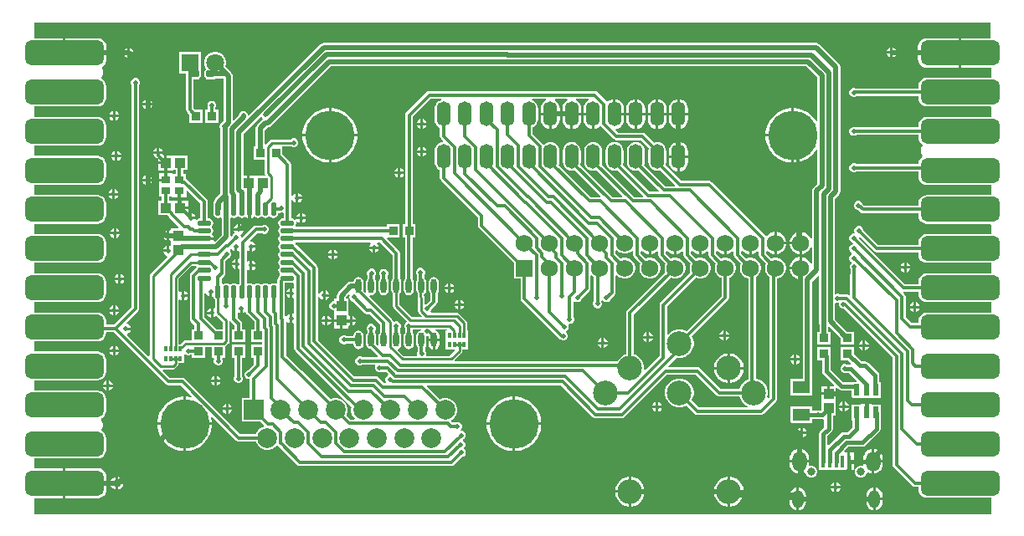
<source format=gtl>
G04*
G04 #@! TF.GenerationSoftware,Altium Limited,Altium Designer,21.0.9 (235)*
G04*
G04 Layer_Physical_Order=1*
G04 Layer_Color=255*
%FSLAX25Y25*%
%MOIN*%
G70*
G04*
G04 #@! TF.SameCoordinates,60D4D8CC-B230-41AC-86C1-82D58538490A*
G04*
G04*
G04 #@! TF.FilePolarity,Positive*
G04*
G01*
G75*
%ADD11C,0.00984*%
%ADD16O,0.02165X0.05512*%
%ADD17O,0.05512X0.02165*%
%ADD18R,0.03543X0.03150*%
%ADD19R,0.01260X0.01968*%
%ADD20R,0.03740X0.03543*%
%ADD21R,0.03543X0.03740*%
%ADD22R,0.07087X0.05118*%
%ADD23R,0.02362X0.04724*%
G04:AMPARAMS|DCode=24|XSize=31.5mil|YSize=29.53mil|CornerRadius=7.38mil|HoleSize=0mil|Usage=FLASHONLY|Rotation=0.000|XOffset=0mil|YOffset=0mil|HoleType=Round|Shape=RoundedRectangle|*
%AMROUNDEDRECTD24*
21,1,0.03150,0.01476,0,0,0.0*
21,1,0.01673,0.02953,0,0,0.0*
1,1,0.01476,0.00837,-0.00738*
1,1,0.01476,-0.00837,-0.00738*
1,1,0.01476,-0.00837,0.00738*
1,1,0.01476,0.00837,0.00738*
%
%ADD24ROUNDEDRECTD24*%
%ADD25R,0.03937X0.04134*%
%ADD26R,0.04134X0.03937*%
%ADD27O,0.02362X0.05709*%
%ADD28R,0.01772X0.05118*%
G04:AMPARAMS|DCode=55|XSize=98.43mil|YSize=314.96mil|CornerRadius=24.61mil|HoleSize=0mil|Usage=FLASHONLY|Rotation=90.000|XOffset=0mil|YOffset=0mil|HoleType=Round|Shape=RoundedRectangle|*
%AMROUNDEDRECTD55*
21,1,0.09843,0.26575,0,0,90.0*
21,1,0.04921,0.31496,0,0,90.0*
1,1,0.04921,0.13287,0.02461*
1,1,0.04921,0.13287,-0.02461*
1,1,0.04921,-0.13287,-0.02461*
1,1,0.04921,-0.13287,0.02461*
%
%ADD55ROUNDEDRECTD55*%
%ADD56C,0.01378*%
%ADD57C,0.01968*%
%ADD58C,0.01772*%
%ADD59C,0.07087*%
%ADD60R,0.07087X0.07087*%
%ADD61C,0.19685*%
%ADD62O,0.05512X0.09843*%
%ADD63R,0.07874X0.07874*%
%ADD64C,0.07874*%
%ADD65C,0.09843*%
%ADD66C,0.03150*%
%ADD67O,0.04528X0.07087*%
%ADD68O,0.05709X0.07874*%
%ADD69C,0.06800*%
%ADD70R,0.06800X0.06800*%
%ADD71C,0.01968*%
G36*
X386362Y190711D02*
X374858D01*
Y184760D01*
Y178809D01*
X386654D01*
Y174906D01*
X361071D01*
X360223Y174794D01*
X359433Y174467D01*
X358754Y173946D01*
X358234Y173268D01*
X357906Y172478D01*
X357795Y171630D01*
Y170674D01*
X332587D01*
X332352Y170772D01*
X331648D01*
X330996Y170502D01*
X330498Y170004D01*
X330228Y169352D01*
Y168648D01*
X330498Y167996D01*
X330996Y167498D01*
X331648Y167228D01*
X332352D01*
X333004Y167498D01*
X333169Y167664D01*
X357795D01*
Y166709D01*
X357906Y165861D01*
X358234Y165070D01*
X358754Y164392D01*
X359433Y163871D01*
X360223Y163544D01*
X361071Y163432D01*
X386303D01*
X386657Y163079D01*
X386656Y159315D01*
X361071D01*
X360223Y159204D01*
X359433Y158876D01*
X358754Y158356D01*
X358234Y157677D01*
X357906Y156887D01*
X357795Y156039D01*
Y155084D01*
X332914D01*
X332370Y155309D01*
X331665D01*
X331014Y155040D01*
X330516Y154541D01*
X330246Y153890D01*
Y153185D01*
X330516Y152534D01*
X331014Y152036D01*
X331665Y151766D01*
X332370D01*
X333021Y152036D01*
X333059Y152073D01*
X357795D01*
Y151118D01*
X357906Y150270D01*
X358234Y149480D01*
X358754Y148801D01*
X359322Y148365D01*
X359459Y147795D01*
X359385Y147721D01*
X359164Y147391D01*
X358834Y146593D01*
X358756Y146203D01*
Y145340D01*
X358834Y144950D01*
X359164Y144152D01*
X359385Y143822D01*
X359441Y143766D01*
X359309Y143191D01*
X358754Y142765D01*
X358234Y142087D01*
X357906Y141297D01*
X357802Y140505D01*
X332995D01*
X332352Y140772D01*
X331648D01*
X330996Y140502D01*
X330498Y140004D01*
X330228Y139352D01*
Y138648D01*
X330498Y137996D01*
X330996Y137498D01*
X331648Y137228D01*
X332352D01*
X332995Y137495D01*
X357795D01*
Y135527D01*
X357906Y134679D01*
X358234Y133889D01*
X358754Y133211D01*
X359433Y132690D01*
X360223Y132363D01*
X361071Y132251D01*
X386655D01*
Y128134D01*
X361071D01*
X360223Y128023D01*
X359433Y127695D01*
X358754Y127175D01*
X358234Y126496D01*
X357906Y125706D01*
X357795Y124858D01*
Y123903D01*
X336298D01*
X335568Y124633D01*
X335415Y125004D01*
X334916Y125502D01*
X334265Y125772D01*
X333560D01*
X332909Y125502D01*
X332411Y125004D01*
X332141Y124352D01*
Y123648D01*
X332411Y122996D01*
X332909Y122498D01*
X333560Y122228D01*
X333715D01*
X334611Y121333D01*
X335099Y121007D01*
X335675Y120892D01*
X357795D01*
Y119937D01*
X357906Y119089D01*
X358234Y118299D01*
X358754Y117620D01*
X359433Y117100D01*
X360223Y116772D01*
X361071Y116661D01*
X386502D01*
X386856Y116307D01*
X386856Y112544D01*
X361071D01*
X360223Y112432D01*
X359433Y112105D01*
X358754Y111584D01*
X358234Y110906D01*
X357906Y110116D01*
X357795Y109268D01*
Y108312D01*
X341817D01*
X335768Y114360D01*
X335502Y115004D01*
X335004Y115502D01*
X334352Y115772D01*
X333648D01*
X332996Y115502D01*
X332498Y115004D01*
X332228Y114352D01*
Y113648D01*
X332391Y113256D01*
X332070Y112772D01*
X331648D01*
X330996Y112502D01*
X330498Y112004D01*
X330228Y111352D01*
Y110648D01*
X330498Y109996D01*
X330996Y109498D01*
X331640Y109232D01*
X331854Y109017D01*
X331663Y108555D01*
X331648D01*
X330996Y108285D01*
X330498Y107787D01*
X330228Y107136D01*
Y106431D01*
X330498Y105780D01*
X330996Y105281D01*
X331284Y105162D01*
Y104621D01*
X330996Y104502D01*
X330498Y104004D01*
X330228Y103352D01*
Y102648D01*
X330498Y101996D01*
X330964Y101530D01*
X331000Y101446D01*
X331030Y100943D01*
X330659Y100572D01*
X330389Y99920D01*
Y99216D01*
X330656Y98573D01*
Y96473D01*
X330609Y96404D01*
X330495Y95828D01*
Y88337D01*
X329995Y88158D01*
X329622Y88407D01*
X329046Y88521D01*
X326499D01*
X325856Y88788D01*
X325151D01*
X324970Y88713D01*
X324554Y88990D01*
Y126700D01*
X326140Y128286D01*
X326532Y128872D01*
X326669Y129563D01*
Y179137D01*
X326532Y179828D01*
X326140Y180414D01*
X318277Y188277D01*
X317691Y188669D01*
X317000Y188806D01*
X121000D01*
X120309Y188669D01*
X119723Y188277D01*
X91296Y159851D01*
X90975Y159900D01*
X90772Y160033D01*
Y160108D01*
X90704Y160273D01*
X90669Y160447D01*
X90570Y160595D01*
X90502Y160759D01*
X90376Y160885D01*
X90277Y161033D01*
X90129Y161132D01*
X90004Y161258D01*
X89839Y161326D01*
X89691Y161425D01*
X89517Y161460D01*
X89352Y161528D01*
X89174D01*
X89000Y161562D01*
X88826Y161528D01*
X88648D01*
X88483Y161460D01*
X88309Y161425D01*
X88161Y161326D01*
X87996Y161258D01*
X87871Y161132D01*
X87723Y161033D01*
X87624Y160885D01*
X87498Y160759D01*
X87430Y160595D01*
X87331Y160447D01*
X87296Y160273D01*
X87228Y160108D01*
Y159930D01*
X87217Y159874D01*
X85268Y157925D01*
X84806Y158117D01*
Y175657D01*
X84669Y176349D01*
X84277Y176935D01*
X81804Y179408D01*
X82059Y180359D01*
Y181499D01*
X81764Y182600D01*
X81194Y183588D01*
X80388Y184394D01*
X79400Y184964D01*
X78299Y185259D01*
X77158D01*
X76057Y184964D01*
X75069Y184394D01*
X74263Y183588D01*
X73693Y182600D01*
X73398Y181499D01*
Y180359D01*
X73693Y179257D01*
X74207Y178367D01*
X74013Y178238D01*
X73676Y177733D01*
X73558Y177138D01*
Y175662D01*
X73676Y175067D01*
X74013Y174562D01*
X74518Y174225D01*
X75113Y174106D01*
X76786D01*
X77381Y174225D01*
X77886Y174562D01*
X77907Y174594D01*
X81194D01*
Y157748D01*
X80420Y156974D01*
X80321Y156826D01*
X80286Y156792D01*
X80138Y156693D01*
X80039Y156545D01*
X79914Y156419D01*
X79846Y156255D01*
X79747Y156107D01*
X79712Y155932D01*
X79644Y155768D01*
Y155590D01*
X79609Y155416D01*
X79644Y155241D01*
Y155063D01*
X79712Y154899D01*
X79747Y154724D01*
X79846Y154576D01*
X79891Y154468D01*
Y128763D01*
X77737Y126609D01*
X77345Y126023D01*
X77208Y125332D01*
Y124902D01*
X77070Y124209D01*
Y120862D01*
X77215Y120133D01*
X77628Y119514D01*
X78247Y119101D01*
X78976Y118956D01*
X79706Y119101D01*
X79879Y119216D01*
X80320Y118980D01*
Y112211D01*
X77717Y109608D01*
X77515Y109633D01*
X77449Y109677D01*
X77151Y110172D01*
X77162Y110224D01*
X73465D01*
Y111224D01*
X77162D01*
X77100Y111537D01*
X76731Y112088D01*
X76486Y112526D01*
X76899Y113144D01*
X77044Y113874D01*
X76899Y114604D01*
X76555Y115120D01*
X76514Y115449D01*
X76555Y115778D01*
X76899Y116294D01*
X77044Y117024D01*
X76899Y117753D01*
X76486Y118372D01*
X75867Y118785D01*
X75138Y118930D01*
X74970D01*
Y125434D01*
X74855Y126010D01*
X74529Y126498D01*
X66684Y134344D01*
X66195Y134670D01*
X66189Y134671D01*
Y136527D01*
X65135D01*
Y138244D01*
X66807D01*
Y143756D01*
X61114D01*
Y143968D01*
X58547D01*
Y141000D01*
Y138031D01*
X61114D01*
Y138244D01*
X62125D01*
Y136527D01*
X61302D01*
X60890Y136740D01*
X60890Y136740D01*
X60890Y136740D01*
X58618D01*
Y134165D01*
X58118D01*
Y133665D01*
X55346D01*
Y131590D01*
X55559D01*
Y127472D01*
X56613D01*
Y125756D01*
X55193D01*
Y120244D01*
X58773D01*
X58970Y120046D01*
X59009Y119854D01*
X59335Y119366D01*
X63219Y115482D01*
X63028Y115020D01*
X60031D01*
Y114171D01*
X59616Y113893D01*
X59500Y113941D01*
Y112000D01*
Y110059D01*
X59616Y110107D01*
X60031Y109829D01*
Y108886D01*
X60244D01*
Y108174D01*
X59744Y107840D01*
X59500Y107941D01*
Y106000D01*
X59000D01*
Y105500D01*
X57059D01*
X57318Y104876D01*
X57876Y104318D01*
X58541Y104042D01*
X58760Y103554D01*
X52078Y96871D01*
X51795Y96448D01*
X51695Y95949D01*
Y64087D01*
X51234Y63895D01*
X42775Y72354D01*
X42925Y72911D01*
X43424Y73118D01*
X43982Y73676D01*
X44241Y74300D01*
X42300D01*
Y75300D01*
X44241D01*
X43982Y75924D01*
X43424Y76482D01*
X42695Y76784D01*
X42566D01*
X42375Y77246D01*
X47064Y81936D01*
X47391Y82424D01*
X47505Y83000D01*
Y172004D01*
X47772Y172648D01*
Y173352D01*
X47502Y174004D01*
X47004Y174502D01*
X46352Y174772D01*
X45648D01*
X44996Y174502D01*
X44498Y174004D01*
X44228Y173352D01*
Y172648D01*
X44495Y172004D01*
Y83623D01*
X37376Y76505D01*
X34363D01*
Y78063D01*
X34251Y78911D01*
X33924Y79701D01*
X33403Y80379D01*
X32725Y80900D01*
X31934Y81227D01*
X31087Y81339D01*
X5702D01*
Y85456D01*
X31087D01*
X31934Y85568D01*
X32725Y85895D01*
X33403Y86416D01*
X33924Y87094D01*
X34251Y87884D01*
X34363Y88732D01*
Y93653D01*
X34251Y94501D01*
X33924Y95291D01*
X33403Y95970D01*
X32725Y96491D01*
X31934Y96818D01*
X31087Y96929D01*
X5702D01*
Y101070D01*
X31087D01*
X31934Y101182D01*
X32725Y101509D01*
X33403Y102030D01*
X33924Y102708D01*
X34251Y103498D01*
X34363Y104346D01*
Y109268D01*
X34251Y110116D01*
X33924Y110906D01*
X33403Y111584D01*
X32725Y112105D01*
X31934Y112432D01*
X31087Y112544D01*
X5702D01*
Y116661D01*
X31087D01*
X31934Y116772D01*
X32725Y117100D01*
X33403Y117620D01*
X33924Y118299D01*
X34251Y119089D01*
X34363Y119937D01*
Y124858D01*
X34251Y125706D01*
X33924Y126496D01*
X33403Y127175D01*
X32725Y127695D01*
X31934Y128023D01*
X31087Y128134D01*
X5702D01*
Y132251D01*
X31087D01*
X31934Y132363D01*
X32725Y132690D01*
X33403Y133211D01*
X33924Y133889D01*
X34251Y134679D01*
X34363Y135527D01*
Y140449D01*
X34251Y141297D01*
X33924Y142087D01*
X33403Y142765D01*
X32725Y143286D01*
X31934Y143613D01*
X31087Y143725D01*
X5702D01*
Y147842D01*
X31087D01*
X31934Y147953D01*
X32725Y148281D01*
X33403Y148801D01*
X33924Y149480D01*
X34251Y150270D01*
X34363Y151118D01*
Y156039D01*
X34251Y156887D01*
X33924Y157677D01*
X33403Y158356D01*
X32725Y158876D01*
X31934Y159204D01*
X31087Y159315D01*
X5702D01*
Y163432D01*
X31087D01*
X31934Y163544D01*
X32725Y163871D01*
X33403Y164392D01*
X33924Y165070D01*
X34251Y165861D01*
X34363Y166709D01*
Y171630D01*
X34251Y172478D01*
X33924Y173268D01*
X33403Y173946D01*
X32725Y174467D01*
X32599Y174519D01*
X32492Y175007D01*
X32587Y175111D01*
X32687Y175274D01*
X32789Y175435D01*
X33088Y176210D01*
X33120Y176399D01*
X33156Y176586D01*
X33148Y177417D01*
X33109Y177603D01*
X33073Y177791D01*
X32760Y178560D01*
X32685Y178674D01*
X32668Y178769D01*
X32800Y179238D01*
X32851Y179291D01*
X33555Y179831D01*
X34109Y180554D01*
X34458Y181396D01*
X34577Y182299D01*
Y184260D01*
X17799D01*
Y184760D01*
X17299D01*
Y190711D01*
X5702D01*
X5702Y196948D01*
X386362D01*
Y190711D01*
D02*
G37*
G36*
X226559Y165995D02*
X226394Y165926D01*
X225609Y165324D01*
X225007Y164540D01*
X224629Y163626D01*
X224500Y162645D01*
Y160980D01*
X228288D01*
Y160480D01*
X228788D01*
Y154592D01*
X229269Y154656D01*
X230182Y155034D01*
X230857Y155552D01*
X231455Y155558D01*
X231495Y155497D01*
X236562Y150431D01*
X237050Y150104D01*
X237626Y149990D01*
X247319D01*
X250464Y146844D01*
X250348Y146563D01*
X250226Y145638D01*
Y141307D01*
X250348Y140382D01*
X250705Y139520D01*
X251273Y138780D01*
X252013Y138212D01*
X252875Y137855D01*
X253800Y137733D01*
X254725Y137855D01*
X255007Y137971D01*
X260912Y132066D01*
X260721Y131604D01*
X257128D01*
X248631Y140100D01*
X248748Y140382D01*
X248870Y141307D01*
Y145638D01*
X248748Y146563D01*
X248391Y147425D01*
X247823Y148165D01*
X247083Y148733D01*
X246221Y149090D01*
X245296Y149212D01*
X244371Y149090D01*
X243509Y148733D01*
X242769Y148165D01*
X242201Y147425D01*
X241844Y146563D01*
X241722Y145638D01*
Y141307D01*
X241844Y140382D01*
X242201Y139520D01*
X242769Y138780D01*
X243509Y138212D01*
X244371Y137855D01*
X245296Y137733D01*
X246221Y137855D01*
X246502Y137971D01*
X254574Y129900D01*
X254382Y129438D01*
X250789D01*
X240127Y140100D01*
X240244Y140382D01*
X240366Y141307D01*
Y145638D01*
X240244Y146563D01*
X239887Y147425D01*
X239319Y148165D01*
X238579Y148733D01*
X237717Y149090D01*
X236792Y149212D01*
X235867Y149090D01*
X235005Y148733D01*
X234265Y148165D01*
X233697Y147425D01*
X233340Y146563D01*
X233218Y145638D01*
Y141307D01*
X233340Y140382D01*
X233697Y139520D01*
X234265Y138780D01*
X235005Y138212D01*
X235867Y137855D01*
X236792Y137733D01*
X237717Y137855D01*
X237999Y137971D01*
X248235Y127735D01*
X248044Y127273D01*
X244688D01*
X231693Y140268D01*
X231740Y140382D01*
X231862Y141307D01*
Y145638D01*
X231740Y146563D01*
X231383Y147425D01*
X230815Y148165D01*
X230075Y148733D01*
X229213Y149090D01*
X228288Y149212D01*
X227363Y149090D01*
X226501Y148733D01*
X225761Y148165D01*
X225193Y147425D01*
X224836Y146563D01*
X224714Y145638D01*
Y141307D01*
X224836Y140382D01*
X225193Y139520D01*
X225761Y138780D01*
X226501Y138212D01*
X227363Y137855D01*
X228288Y137733D01*
X229213Y137855D01*
X229662Y138041D01*
X239968Y127735D01*
X239777Y127273D01*
X235947D01*
X223119Y140100D01*
X223236Y140382D01*
X223358Y141307D01*
Y145638D01*
X223236Y146563D01*
X222879Y147425D01*
X222311Y148165D01*
X221571Y148733D01*
X220709Y149090D01*
X219784Y149212D01*
X218859Y149090D01*
X217997Y148733D01*
X217257Y148165D01*
X216689Y147425D01*
X216332Y146563D01*
X216210Y145638D01*
Y141307D01*
X216332Y140382D01*
X216689Y139520D01*
X217257Y138780D01*
X217997Y138212D01*
X218859Y137855D01*
X219784Y137733D01*
X220709Y137855D01*
X220991Y137971D01*
X231223Y127739D01*
X231024Y127318D01*
X230982Y127273D01*
X227443D01*
X214616Y140100D01*
X214732Y140382D01*
X214854Y141307D01*
Y145638D01*
X214732Y146563D01*
X214375Y147425D01*
X213807Y148165D01*
X213067Y148733D01*
X212205Y149090D01*
X211280Y149212D01*
X210355Y149090D01*
X209493Y148733D01*
X208885Y148266D01*
X208802Y148249D01*
X208431Y148293D01*
X208270Y148356D01*
X208073Y148651D01*
X204281Y152442D01*
Y155103D01*
X204563Y155220D01*
X205303Y155788D01*
X205871Y156528D01*
X206228Y157390D01*
X206350Y158315D01*
Y162645D01*
X206228Y163570D01*
X205871Y164432D01*
X205303Y165173D01*
X204563Y165741D01*
X203950Y165995D01*
X204049Y166495D01*
X209452D01*
X209551Y165995D01*
X209386Y165926D01*
X208601Y165324D01*
X207999Y164540D01*
X207621Y163626D01*
X207492Y162645D01*
Y160980D01*
X215069D01*
Y162645D01*
X214939Y163626D01*
X214561Y164540D01*
X213959Y165324D01*
X213174Y165926D01*
X213009Y165995D01*
X213109Y166495D01*
X217956D01*
X218055Y165995D01*
X217890Y165926D01*
X217105Y165324D01*
X216503Y164540D01*
X216125Y163626D01*
X215996Y162645D01*
Y160980D01*
X223572D01*
Y162645D01*
X223443Y163626D01*
X223065Y164540D01*
X222463Y165324D01*
X221678Y165926D01*
X221513Y165995D01*
X221613Y166495D01*
X226460D01*
X226559Y165995D01*
D02*
G37*
G36*
X317545Y175003D02*
Y157602D01*
X317058Y157485D01*
X317010Y157580D01*
X316007Y158961D01*
X314800Y160168D01*
X313420Y161171D01*
X311899Y161946D01*
X310276Y162473D01*
X308590Y162740D01*
X308237D01*
Y151898D01*
Y141055D01*
X308590D01*
X310276Y141322D01*
X311899Y141849D01*
X313420Y142624D01*
X314800Y143627D01*
X316007Y144834D01*
X317010Y146215D01*
X317058Y146309D01*
X317545Y146193D01*
Y132595D01*
X315959Y131009D01*
X315567Y130423D01*
X315430Y129732D01*
Y110863D01*
X315188Y110775D01*
X314930Y110775D01*
X314395Y111701D01*
X313576Y112521D01*
X312572Y113100D01*
X311453Y113400D01*
X311374D01*
Y109000D01*
Y104600D01*
X311453D01*
X312572Y104900D01*
X313576Y105479D01*
X314395Y106298D01*
X314930Y107225D01*
X315188Y107224D01*
X315430Y107136D01*
Y100863D01*
X315188Y100775D01*
X314930Y100775D01*
X314395Y101701D01*
X313576Y102521D01*
X312572Y103100D01*
X311453Y103400D01*
X311374D01*
Y99000D01*
Y94590D01*
X311498Y94549D01*
X311824Y94181D01*
Y74085D01*
X311753Y73729D01*
Y54858D01*
X306669D01*
Y48165D01*
X315331D01*
Y52912D01*
X315366Y53086D01*
Y73444D01*
X315436Y73800D01*
Y93694D01*
X317724Y95981D01*
X318186Y95790D01*
Y76733D01*
X318320Y76060D01*
Y73708D01*
X317469D01*
Y68590D01*
X322783D01*
Y73708D01*
X321932D01*
Y75482D01*
X322394Y75674D01*
X326816Y71252D01*
Y68590D01*
X332131D01*
Y73708D01*
X329468D01*
X324554Y78623D01*
Y85042D01*
X324970Y85320D01*
X325151Y85245D01*
X325791D01*
X326010Y85061D01*
X326193Y84843D01*
Y84203D01*
X326463Y83552D01*
X326961Y83054D01*
X327612Y82784D01*
X328087D01*
X347495Y63376D01*
Y20650D01*
X347609Y20074D01*
X347936Y19585D01*
X355345Y12176D01*
X355834Y11849D01*
X356410Y11735D01*
X357795D01*
Y10779D01*
X357906Y9931D01*
X358234Y9141D01*
X358754Y8463D01*
X359433Y7942D01*
X360223Y7615D01*
X361071Y7503D01*
X386756D01*
Y1373D01*
X386402Y1020D01*
X5802Y1022D01*
X5802Y7289D01*
X17299D01*
Y13240D01*
Y19191D01*
X5702D01*
Y23094D01*
X31087D01*
X31934Y23205D01*
X32725Y23533D01*
X33403Y24053D01*
X33924Y24732D01*
X34251Y25522D01*
X34363Y26370D01*
Y31291D01*
X34251Y32139D01*
X33924Y32929D01*
X33403Y33608D01*
X32725Y34128D01*
X32519Y34214D01*
X32407Y34701D01*
X32508Y34814D01*
X32605Y34978D01*
X32704Y35140D01*
X32990Y35916D01*
X33020Y36104D01*
X33053Y36291D01*
X33034Y37118D01*
X32993Y37304D01*
X32955Y37490D01*
X32635Y38253D01*
X32529Y38411D01*
X32483Y38482D01*
X32544Y39049D01*
X32725Y39123D01*
X33403Y39644D01*
X33924Y40322D01*
X34251Y41113D01*
X34363Y41960D01*
Y46882D01*
X34251Y47730D01*
X33924Y48520D01*
X33403Y49198D01*
X32725Y49719D01*
X31934Y50046D01*
X31087Y50158D01*
X5702D01*
Y54275D01*
X31087D01*
X31934Y54387D01*
X32725Y54714D01*
X33403Y55234D01*
X33924Y55913D01*
X34251Y56703D01*
X34363Y57551D01*
Y62472D01*
X34251Y63320D01*
X33924Y64110D01*
X33403Y64789D01*
X32725Y65309D01*
X31934Y65637D01*
X31087Y65748D01*
X5702D01*
Y69866D01*
X31087D01*
X31934Y69977D01*
X32725Y70304D01*
X33403Y70825D01*
X33924Y71504D01*
X34251Y72294D01*
X34363Y73142D01*
Y73495D01*
X37376D01*
X58161Y52711D01*
X58649Y52384D01*
X59225Y52270D01*
X64180D01*
X68587Y47862D01*
X68326Y47436D01*
X68212Y47473D01*
X66527Y47740D01*
X66173D01*
Y37398D01*
X76516D01*
Y37751D01*
X76249Y39436D01*
X76212Y39550D01*
X76638Y39811D01*
X86207Y30242D01*
X86695Y29916D01*
X87271Y29802D01*
X94020D01*
X94105Y29483D01*
X94727Y28406D01*
X95607Y27526D01*
X96684Y26904D01*
X97886Y26583D01*
X99130D01*
X100331Y26904D01*
X101409Y27526D01*
X102161Y28279D01*
X102190Y28295D01*
X102629Y28292D01*
X102772Y28245D01*
X102936Y28000D01*
X110437Y20498D01*
X110926Y20172D01*
X111502Y20057D01*
X171909D01*
X172485Y20172D01*
X172974Y20498D01*
X176201Y23726D01*
X176845Y23993D01*
X177343Y24491D01*
X177613Y25142D01*
Y25847D01*
X177343Y26498D01*
X176845Y26996D01*
X176891Y27518D01*
X177073Y27701D01*
X177343Y28352D01*
Y29057D01*
X177073Y29708D01*
X176575Y30207D01*
X176531Y30225D01*
Y30766D01*
X176796Y30875D01*
X177294Y31374D01*
X177564Y32025D01*
Y32730D01*
X177294Y33381D01*
X176796Y33879D01*
X176144Y34149D01*
X175678D01*
X175471Y34649D01*
X175711Y34889D01*
X175980Y35540D01*
Y36245D01*
X175711Y36896D01*
X175212Y37394D01*
X174561Y37664D01*
X173856D01*
X173486Y37511D01*
X172161D01*
X171817Y37855D01*
X171899Y38480D01*
X172295Y38708D01*
X173174Y39587D01*
X173796Y40664D01*
X174118Y41866D01*
Y43110D01*
X173796Y44312D01*
X173174Y45389D01*
X172295Y46268D01*
X171217Y46891D01*
X170016Y47212D01*
X168772D01*
X167570Y46891D01*
X167242Y46701D01*
X162075Y51867D01*
X162267Y52329D01*
X215542D01*
X228231Y39640D01*
X228719Y39314D01*
X229295Y39199D01*
X239696D01*
X240272Y39314D01*
X240760Y39640D01*
X257615Y56495D01*
X269258D01*
X277550Y48203D01*
X278038Y47877D01*
X278614Y47762D01*
X286635D01*
X286822Y47064D01*
X287574Y45762D01*
X288636Y44699D01*
X289839Y44005D01*
X289764Y43525D01*
X289756Y43505D01*
X270505D01*
X267572Y46438D01*
X267934Y47064D01*
X268323Y48516D01*
Y50019D01*
X267934Y51471D01*
X267182Y52773D01*
X266119Y53836D01*
X264818Y54587D01*
X263366Y54976D01*
X261863D01*
X260411Y54587D01*
X259109Y53836D01*
X258046Y52773D01*
X257295Y51471D01*
X256906Y50019D01*
Y48516D01*
X257295Y47064D01*
X258046Y45762D01*
X259109Y44699D01*
X260411Y43948D01*
X261863Y43559D01*
X263366D01*
X264818Y43948D01*
X265444Y44309D01*
X268817Y40936D01*
X269306Y40609D01*
X269882Y40495D01*
X295000D01*
X295576Y40609D01*
X296064Y40936D01*
X301064Y45936D01*
X301391Y46424D01*
X301505Y47000D01*
Y94834D01*
X302490Y95098D01*
X303445Y95649D01*
X304225Y96429D01*
X304776Y97383D01*
X305061Y98448D01*
Y99551D01*
X304776Y100616D01*
X304225Y101571D01*
X303445Y102350D01*
X302490Y102902D01*
X301425Y103187D01*
X300323D01*
X299258Y102902D01*
X299158Y102844D01*
X297256Y104747D01*
Y105688D01*
X297756Y105895D01*
X298172Y105479D01*
X299176Y104900D01*
X300295Y104600D01*
X300374D01*
Y109000D01*
Y113400D01*
X300295D01*
X299176Y113100D01*
X298172Y112521D01*
X297544Y111892D01*
X296980Y111901D01*
X296912Y111938D01*
X296815Y112084D01*
X275571Y133328D01*
X275082Y133654D01*
X274506Y133769D01*
X263467D01*
X257135Y140100D01*
X257252Y140382D01*
X257374Y141307D01*
Y145638D01*
X257252Y146563D01*
X256895Y147425D01*
X256327Y148165D01*
X255587Y148733D01*
X254725Y149090D01*
X253800Y149212D01*
X252875Y149090D01*
X252593Y148973D01*
X249007Y152560D01*
X248518Y152886D01*
X247942Y153000D01*
X238250D01*
X237177Y154073D01*
X237356Y154601D01*
X237772Y154656D01*
X238686Y155034D01*
X239471Y155636D01*
X240073Y156421D01*
X240451Y157334D01*
X240580Y158315D01*
Y159980D01*
X236792D01*
Y160480D01*
X236292D01*
Y166368D01*
X235811Y166305D01*
X234898Y165926D01*
X234231Y165415D01*
X233685Y165413D01*
X233587Y165460D01*
X229983Y169064D01*
X229495Y169391D01*
X228919Y169505D01*
X163000D01*
X162424Y169391D01*
X161936Y169064D01*
X153936Y161064D01*
X153609Y160576D01*
X153495Y160000D01*
Y116657D01*
X152441D01*
Y111343D01*
X153433D01*
Y94895D01*
X153022Y94280D01*
X152869Y93512D01*
Y90166D01*
X153022Y89398D01*
X153457Y88747D01*
X154108Y88311D01*
X154876Y88159D01*
X155644Y88311D01*
X156295Y88747D01*
X156730Y89398D01*
X156883Y90166D01*
Y93512D01*
X156730Y94280D01*
X156443Y94710D01*
Y111343D01*
X157559D01*
Y116657D01*
X156505D01*
Y159377D01*
X163623Y166495D01*
X167736D01*
X167835Y166019D01*
X166973Y165662D01*
X166233Y165094D01*
X165665Y164354D01*
X165308Y163492D01*
X165187Y162567D01*
Y158236D01*
X165308Y157311D01*
X165665Y156449D01*
X166233Y155709D01*
X166973Y155141D01*
X167255Y155024D01*
Y151623D01*
X167370Y151047D01*
X167696Y150559D01*
X168565Y149690D01*
X168385Y149162D01*
X167835Y149090D01*
X166973Y148733D01*
X166233Y148165D01*
X165665Y147425D01*
X165308Y146563D01*
X165187Y145638D01*
Y141307D01*
X165308Y140382D01*
X165665Y139520D01*
X166233Y138780D01*
X166973Y138212D01*
X167255Y138095D01*
Y134989D01*
X167370Y134413D01*
X167696Y133924D01*
X182352Y119268D01*
Y116016D01*
X182466Y115440D01*
X182793Y114952D01*
X196687Y101058D01*
Y94812D01*
X199369D01*
Y86876D01*
X199483Y86300D01*
X199810Y85812D01*
X214686Y70936D01*
X215174Y70609D01*
X215315Y70581D01*
X215399Y70498D01*
X216050Y70228D01*
X216755D01*
X217406Y70498D01*
X217904Y70996D01*
X218174Y71648D01*
Y72352D01*
X217904Y73004D01*
X217478Y73430D01*
X217479Y73793D01*
X217529Y73992D01*
X217861Y74129D01*
X218359Y74628D01*
X218629Y75279D01*
Y75984D01*
X218499Y76296D01*
X218845Y76768D01*
X219272D01*
X219924Y77037D01*
X220422Y77536D01*
X220692Y78187D01*
Y78892D01*
X220425Y79535D01*
Y85571D01*
X220925Y85778D01*
X220996Y85707D01*
X221648Y85437D01*
X222352D01*
X223004Y85707D01*
X223502Y86205D01*
X223768Y86848D01*
X226815Y89895D01*
X227141Y90383D01*
X227256Y90959D01*
Y95989D01*
X227756Y96196D01*
X228303Y95649D01*
X228608Y95473D01*
Y85861D01*
X228498Y85752D01*
X228228Y85100D01*
Y84396D01*
X228498Y83745D01*
X228996Y83246D01*
X229648Y82976D01*
X230352D01*
X231004Y83246D01*
X231502Y83745D01*
X231772Y84396D01*
Y85100D01*
X231618Y85471D01*
Y86021D01*
X231953Y86154D01*
X232118Y86170D01*
X232581Y85707D01*
X233233Y85437D01*
X233937D01*
X234589Y85707D01*
X235087Y86205D01*
X235353Y86848D01*
X236815Y88310D01*
X237141Y88798D01*
X237256Y89374D01*
Y95989D01*
X237756Y96196D01*
X238303Y95649D01*
X239258Y95098D01*
X240323Y94812D01*
X241425D01*
X242490Y95098D01*
X243445Y95649D01*
X244225Y96429D01*
X244776Y97383D01*
X245061Y98448D01*
Y99551D01*
X244776Y100616D01*
X244225Y101571D01*
X243445Y102350D01*
X242490Y102902D01*
X241425Y103187D01*
X240323D01*
X239258Y102902D01*
X239158Y102844D01*
X237256Y104747D01*
Y105989D01*
X237756Y106196D01*
X238303Y105649D01*
X239258Y105098D01*
X240323Y104812D01*
X241425D01*
X242490Y105098D01*
X243445Y105649D01*
X243745Y105949D01*
X244245Y105742D01*
Y104123D01*
X244360Y103547D01*
X244686Y103059D01*
X247029Y100715D01*
X246972Y100616D01*
X246687Y99551D01*
Y98448D01*
X246972Y97383D01*
X247523Y96429D01*
X248303Y95649D01*
X249258Y95098D01*
X250323Y94812D01*
X251425D01*
X252490Y95098D01*
X253445Y95649D01*
X254225Y96429D01*
X254776Y97383D01*
X255061Y98448D01*
Y99551D01*
X254776Y100616D01*
X254225Y101571D01*
X253445Y102350D01*
X252490Y102902D01*
X251425Y103187D01*
X250323D01*
X249258Y102902D01*
X249158Y102844D01*
X247256Y104747D01*
Y105688D01*
X247756Y105895D01*
X248172Y105479D01*
X249176Y104900D01*
X250295Y104600D01*
X250374D01*
Y109000D01*
X251374D01*
Y104600D01*
X251453D01*
X252572Y104900D01*
X253576Y105479D01*
X253783Y105686D01*
X254245Y105495D01*
Y104123D01*
X254360Y103547D01*
X254686Y103059D01*
X257029Y100715D01*
X256972Y100616D01*
X256687Y99551D01*
Y98448D01*
X256972Y97383D01*
X257029Y97284D01*
X241865Y82119D01*
X241538Y81631D01*
X241424Y81055D01*
Y64617D01*
X240726Y64430D01*
X239424Y63678D01*
X238361Y62615D01*
X237911Y61836D01*
X173334D01*
X173143Y62298D01*
X175907Y65062D01*
X176190Y65485D01*
X176289Y65984D01*
Y66642D01*
X178370D01*
Y70185D01*
X178370D01*
Y70579D01*
X178370D01*
Y74122D01*
X178258D01*
Y77047D01*
X178158Y77546D01*
X177875Y77969D01*
X174923Y80923D01*
X174499Y81205D01*
X174000Y81305D01*
X163730D01*
X163523Y81805D01*
X163647Y81929D01*
X163914Y82572D01*
X165941Y84599D01*
X166267Y85087D01*
X166382Y85663D01*
Y88875D01*
X166730Y89398D01*
X166883Y90166D01*
Y93512D01*
X166730Y94280D01*
X166295Y94931D01*
X165644Y95366D01*
X164876Y95519D01*
X164108Y95366D01*
X163457Y94931D01*
X163022Y94280D01*
X162869Y93512D01*
Y90166D01*
X163022Y89398D01*
X163371Y88875D01*
Y86287D01*
X161785Y84701D01*
X161597Y84623D01*
X161181Y84900D01*
Y87265D01*
X161082Y87764D01*
X160932Y87987D01*
Y88504D01*
X161295Y88747D01*
X161731Y89398D01*
X161883Y90166D01*
Y93512D01*
X161731Y94280D01*
X161295Y94931D01*
X161133Y95040D01*
Y96374D01*
X161399Y97017D01*
Y97722D01*
X161130Y98373D01*
X160631Y98872D01*
X159980Y99141D01*
X159275D01*
X158624Y98872D01*
X158126Y98373D01*
X157856Y97722D01*
Y97017D01*
X158123Y96374D01*
Y94456D01*
X158126Y94437D01*
X158022Y94280D01*
X157869Y93512D01*
Y90166D01*
X158022Y89398D01*
X158323Y88947D01*
Y87513D01*
X158423Y87014D01*
X158572Y86791D01*
Y82000D01*
X158671Y81501D01*
X158954Y81077D01*
X160001Y80030D01*
X159810Y79568D01*
X156061D01*
X151181Y84448D01*
Y88670D01*
X151295Y88747D01*
X151731Y89398D01*
X151883Y90166D01*
Y93512D01*
X151731Y94280D01*
X151382Y94802D01*
Y105000D01*
X151267Y105576D01*
X150941Y106064D01*
X146162Y110843D01*
X146370Y111343D01*
X151260D01*
Y116657D01*
X146142D01*
Y115442D01*
X110003D01*
X109735Y115942D01*
X109970Y116294D01*
X110115Y117024D01*
X110029Y117458D01*
X110490Y117704D01*
X110876Y117318D01*
X111500Y117059D01*
Y118500D01*
X109940D01*
X109595Y118315D01*
X109557Y118372D01*
X108938Y118785D01*
X108209Y118930D01*
X108041D01*
Y126161D01*
X108541Y126260D01*
X108700Y125876D01*
X109258Y125318D01*
X109882Y125059D01*
Y127000D01*
Y128941D01*
X109258Y128682D01*
X108700Y128124D01*
X108541Y127740D01*
X108041Y127839D01*
Y140366D01*
X107926Y140942D01*
X107600Y141430D01*
X104559Y144471D01*
Y147658D01*
X105043Y147695D01*
X107799D01*
X107996Y147498D01*
X108648Y147228D01*
X109352D01*
X110004Y147498D01*
X110502Y147996D01*
X110772Y148648D01*
Y149352D01*
X110502Y150004D01*
X110004Y150502D01*
X109352Y150772D01*
X108648D01*
X107996Y150502D01*
X107799Y150305D01*
X100549D01*
X100049Y150205D01*
X99626Y149923D01*
X98007Y148303D01*
X97507Y148494D01*
Y154004D01*
X98697Y155194D01*
X98795D01*
X99486Y155331D01*
X100072Y155723D01*
X123787Y179438D01*
X313110D01*
X317545Y175003D01*
D02*
G37*
G36*
X96215Y159230D02*
X96407Y159145D01*
X96447Y159048D01*
X96573Y158922D01*
X96646Y158813D01*
X96666Y158689D01*
X96635Y158241D01*
X94424Y156029D01*
X94032Y155443D01*
X93894Y154752D01*
Y147658D01*
X93142D01*
Y142342D01*
X97490D01*
Y137003D01*
X97590Y136504D01*
X97755Y136256D01*
X97527Y135756D01*
X94114D01*
Y135968D01*
X91547D01*
Y133000D01*
X90547D01*
Y135968D01*
X89015D01*
Y152461D01*
X95801Y159246D01*
X95883Y159266D01*
X96215Y159230D01*
D02*
G37*
G36*
X71959Y124811D02*
Y118930D01*
X71791D01*
X71062Y118785D01*
X70443Y118372D01*
X70405Y118315D01*
X70060Y118500D01*
X68000D01*
Y119000D01*
X67500D01*
Y120941D01*
X67435Y120914D01*
X67020Y121192D01*
Y122500D01*
X63953D01*
Y123000D01*
X63453D01*
Y125969D01*
X60886D01*
Y125756D01*
X59623D01*
Y127472D01*
X60446D01*
X60858Y127259D01*
X60858Y127259D01*
X60858Y127259D01*
X63130D01*
Y129834D01*
X64130D01*
Y127259D01*
X66402D01*
Y129715D01*
X66864Y129906D01*
X71959Y124811D01*
D02*
G37*
G36*
X92075Y118838D02*
X92387Y118900D01*
X92939Y119269D01*
X93376Y119514D01*
X93995Y119101D01*
X94724Y118956D01*
X95454Y119101D01*
X95970Y119446D01*
X96299Y119486D01*
X96628Y119446D01*
X97144Y119101D01*
X97874Y118956D01*
X98604Y119101D01*
X99120Y119446D01*
X99449Y119486D01*
X99778Y119446D01*
X100294Y119101D01*
X101024Y118956D01*
X101753Y119101D01*
X102372Y119514D01*
X102785Y120133D01*
X102930Y120862D01*
Y121030D01*
X103535D01*
X104112Y121145D01*
X104237Y121228D01*
X104352D01*
X104530Y121302D01*
X105030Y120968D01*
Y118930D01*
X104862D01*
X104132Y118785D01*
X103514Y118372D01*
X103101Y117753D01*
X102955Y117024D01*
X103101Y116294D01*
X103445Y115778D01*
X103486Y115449D01*
X103445Y115120D01*
X103101Y114604D01*
X102955Y113874D01*
X103101Y113144D01*
X103445Y112628D01*
X103486Y112299D01*
X103445Y111970D01*
X103101Y111454D01*
X102955Y110724D01*
X103101Y109995D01*
X103445Y109479D01*
X103486Y109150D01*
X103445Y108821D01*
X103101Y108305D01*
X102955Y107575D01*
X103101Y106845D01*
X103445Y106329D01*
X103486Y106000D01*
X103445Y105671D01*
X103101Y105155D01*
X102955Y104425D01*
X103101Y103695D01*
X103445Y103179D01*
X103486Y102850D01*
X103445Y102521D01*
X103101Y102005D01*
X102955Y101276D01*
X103101Y100546D01*
X103445Y100030D01*
X103486Y99701D01*
X103445Y99372D01*
X103101Y98856D01*
X102955Y98126D01*
X103101Y97396D01*
X103445Y96880D01*
X103486Y96551D01*
X103445Y96222D01*
X103101Y95706D01*
X102955Y94976D01*
X102976Y94875D01*
X102936Y94835D01*
X102609Y94346D01*
X102495Y93770D01*
Y93005D01*
X101995Y92738D01*
X101753Y92899D01*
X101024Y93045D01*
X100294Y92899D01*
X99778Y92554D01*
X99449Y92514D01*
X99120Y92554D01*
X98604Y92899D01*
X97874Y93045D01*
X97144Y92899D01*
X96628Y92554D01*
X96299Y92514D01*
X95970Y92554D01*
X95454Y92899D01*
X94724Y93045D01*
X93995Y92899D01*
X93479Y92554D01*
X93150Y92514D01*
X92821Y92554D01*
X92304Y92899D01*
X91575Y93045D01*
X90896Y92909D01*
X90755Y92938D01*
X90396Y93130D01*
Y98192D01*
X90858Y98383D01*
X90876Y98365D01*
X91500Y98107D01*
Y100048D01*
Y101988D01*
X90876Y101730D01*
X90858Y101712D01*
X90396Y101903D01*
Y105719D01*
X90858Y105911D01*
X90876Y105893D01*
X91500Y105634D01*
Y107575D01*
X92000D01*
Y108075D01*
X93941D01*
X93682Y108699D01*
X93124Y109257D01*
X92395Y109559D01*
X91934D01*
X91727Y110059D01*
X94625Y112957D01*
X96477D01*
X97120Y112691D01*
X97825D01*
X98476Y112961D01*
X98974Y113459D01*
X99244Y114110D01*
Y114815D01*
X98974Y115466D01*
X98476Y115964D01*
X97825Y116234D01*
X97120D01*
X96477Y115968D01*
X94002D01*
X93426Y115853D01*
X92937Y115527D01*
X88506Y111096D01*
X88006Y111303D01*
Y111663D01*
X87837Y112073D01*
X87737Y112315D01*
X88083Y112675D01*
X88333Y112778D01*
X88891Y113337D01*
X89149Y113961D01*
X85268D01*
X85477Y113456D01*
X85380Y112875D01*
X85231Y112813D01*
X84733Y112315D01*
X84466Y111671D01*
X84432Y111637D01*
X83932Y111845D01*
Y118980D01*
X84373Y119216D01*
X84546Y119101D01*
X85276Y118956D01*
X86005Y119101D01*
X86521Y119446D01*
X86850Y119486D01*
X87179Y119446D01*
X87695Y119101D01*
X88425Y118956D01*
X89155Y119101D01*
X89773Y119514D01*
X90211Y119269D01*
X90762Y118900D01*
X91075Y118838D01*
Y122535D01*
X92075D01*
Y118838D01*
D02*
G37*
G36*
X148371Y104376D02*
Y94802D01*
X148022Y94280D01*
X147869Y93512D01*
Y90166D01*
X148022Y89398D01*
X148457Y88747D01*
X148572Y88670D01*
Y83908D01*
X148671Y83408D01*
X148954Y82985D01*
X154046Y77893D01*
X153968Y77502D01*
X153469Y77004D01*
X153200Y76352D01*
Y75648D01*
X153371Y75234D01*
Y73346D01*
X153022Y72824D01*
X152869Y72055D01*
Y68709D01*
X153022Y67941D01*
X153457Y67290D01*
X154108Y66855D01*
X154876Y66702D01*
X155644Y66855D01*
X156295Y67290D01*
X156730Y67941D01*
X156883Y68709D01*
Y72055D01*
X156730Y72824D01*
X156381Y73346D01*
Y74695D01*
X159762D01*
X160029Y74195D01*
X159932Y74051D01*
X159876Y74063D01*
X159108Y73910D01*
X158457Y73475D01*
X158022Y72824D01*
X157869Y72055D01*
Y68709D01*
X158022Y67941D01*
X158371Y67419D01*
Y66969D01*
X158382Y66914D01*
Y65723D01*
X158228Y65352D01*
Y64648D01*
X158308Y64457D01*
X158030Y64041D01*
X152910D01*
X150580Y66371D01*
X150739Y66918D01*
X151295Y67290D01*
X151731Y67941D01*
X151883Y68709D01*
Y72055D01*
X151731Y72824D01*
X151382Y73346D01*
Y75005D01*
X151648Y75648D01*
Y76352D01*
X151378Y77004D01*
X150880Y77502D01*
X150229Y77772D01*
X149524D01*
X149141Y77613D01*
X149018Y77636D01*
X148608Y77886D01*
X148605Y77891D01*
X148542Y78204D01*
X148259Y78628D01*
X139080Y87807D01*
X139326Y88268D01*
X139876Y88159D01*
X140644Y88311D01*
X141295Y88747D01*
X141730Y89398D01*
X141883Y90166D01*
Y93512D01*
X141730Y94280D01*
X141443Y94710D01*
Y95938D01*
X141502Y95996D01*
X141772Y96648D01*
Y97352D01*
X141502Y98004D01*
X141004Y98502D01*
X140352Y98772D01*
X139648D01*
X138996Y98502D01*
X138498Y98004D01*
X138228Y97352D01*
Y96648D01*
X138433Y96154D01*
Y94895D01*
X138022Y94280D01*
X137869Y93512D01*
Y90166D01*
X137979Y89615D01*
X137518Y89369D01*
X136856Y90030D01*
X136883Y90166D01*
Y93512D01*
X136731Y94280D01*
X136295Y94931D01*
X135644Y95366D01*
X134876Y95519D01*
X134108Y95366D01*
X133457Y94931D01*
X133022Y94280D01*
X132896Y93645D01*
X131839D01*
X131148Y93508D01*
X130562Y93116D01*
X126723Y89277D01*
X126331Y88691D01*
X126194Y88000D01*
Y86854D01*
X125244D01*
Y85772D01*
X124648D01*
X123996Y85502D01*
X123498Y85004D01*
X123228Y84352D01*
Y83648D01*
X123498Y82996D01*
X123996Y82498D01*
X124648Y82228D01*
X125244D01*
Y81161D01*
X125031D01*
Y78594D01*
X128000D01*
Y78094D01*
X128500D01*
Y75028D01*
X130968D01*
Y75778D01*
X131376Y76051D01*
Y78000D01*
Y79949D01*
X130968Y80222D01*
Y81161D01*
X130756D01*
Y86854D01*
X130054D01*
X129909Y87354D01*
X130953Y88398D01*
X131377Y88115D01*
X131228Y87757D01*
Y87052D01*
X131498Y86401D01*
X131996Y85903D01*
X132640Y85636D01*
X137133Y81143D01*
X137621Y80817D01*
X138197Y80702D01*
X139169D01*
X143371Y76500D01*
Y73346D01*
X143022Y72824D01*
X142869Y72055D01*
Y68709D01*
X142908Y68513D01*
X142447Y68267D01*
X141883Y68831D01*
Y72055D01*
X141730Y72824D01*
X141382Y73346D01*
Y74005D01*
X141648Y74648D01*
Y75352D01*
X141378Y76004D01*
X140880Y76502D01*
X140229Y76772D01*
X139524D01*
X138873Y76502D01*
X138374Y76004D01*
X138105Y75352D01*
Y74648D01*
X138371Y74005D01*
Y73346D01*
X138022Y72824D01*
X137869Y72055D01*
Y68709D01*
X138022Y67941D01*
X138457Y67290D01*
X139108Y66855D01*
X139724Y66732D01*
X142489Y63967D01*
X142298Y63505D01*
X136321D01*
X135678Y63772D01*
X134973D01*
X134322Y63502D01*
X133823Y63004D01*
X133554Y62352D01*
Y61648D01*
X133823Y60996D01*
X134322Y60498D01*
X134973Y60228D01*
X135678D01*
X136321Y60495D01*
X141336D01*
X141622Y59995D01*
X141446Y59570D01*
Y58866D01*
X141716Y58214D01*
X142215Y57716D01*
X142866Y57446D01*
X143570D01*
X144213Y57713D01*
X145741D01*
X146691Y56763D01*
X146594Y56272D01*
X146406Y56195D01*
X145908Y55696D01*
X145638Y55045D01*
Y54340D01*
X145908Y53689D01*
X145923Y53675D01*
X145716Y53175D01*
X144954D01*
X142734Y55395D01*
X142245Y55721D01*
X141669Y55836D01*
X133293D01*
X118769Y70360D01*
Y87577D01*
X119269Y87677D01*
X119518Y87076D01*
X120076Y86518D01*
X120700Y86259D01*
Y88200D01*
Y90141D01*
X120076Y89882D01*
X119518Y89324D01*
X119269Y88723D01*
X118769Y88823D01*
Y98727D01*
X118655Y99303D01*
X118428Y99642D01*
X118391Y99829D01*
X118064Y100317D01*
X110333Y108049D01*
X109973Y108289D01*
X109970Y108305D01*
X109693Y108719D01*
X109945Y109219D01*
X139506D01*
X139713Y108719D01*
X139318Y108324D01*
X139059Y107700D01*
X142941D01*
X142682Y108324D01*
X142287Y108719D01*
X142494Y109219D01*
X143528D01*
X148371Y104376D01*
D02*
G37*
G36*
X86505Y105634D02*
X86886Y105792D01*
X87386Y105496D01*
Y102808D01*
X86970Y102531D01*
X86833Y102587D01*
Y100647D01*
Y98706D01*
X86970Y98763D01*
X87386Y98485D01*
Y92692D01*
X87179Y92554D01*
X86850Y92514D01*
X86521Y92554D01*
X86005Y92899D01*
X85276Y93045D01*
X84546Y92899D01*
X84030Y92554D01*
X83701Y92514D01*
X83372Y92554D01*
X82856Y92899D01*
X82126Y93045D01*
X81396Y92899D01*
X80982Y92622D01*
X80482Y92874D01*
Y94978D01*
X81409Y95906D01*
X81735Y96394D01*
X81850Y96970D01*
Y101697D01*
X82951Y102798D01*
X83469Y103012D01*
X83968Y103511D01*
X84237Y104162D01*
Y104867D01*
X83968Y105518D01*
X83656Y105830D01*
X83673Y106415D01*
X83798Y106515D01*
X84323Y106451D01*
X84881Y105893D01*
X85505Y105634D01*
Y107575D01*
X86505D01*
Y105634D01*
D02*
G37*
G36*
X291374Y104600D02*
X291453D01*
X292572Y104900D01*
X293576Y105479D01*
X293783Y105686D01*
X294245Y105495D01*
Y104123D01*
X294360Y103547D01*
X294686Y103059D01*
X297029Y100715D01*
X296972Y100616D01*
X296687Y99551D01*
Y98448D01*
X296972Y97383D01*
X297523Y96429D01*
X298303Y95649D01*
X298495Y95538D01*
Y47624D01*
X297995Y47124D01*
X297547Y47383D01*
X297850Y48516D01*
Y50019D01*
X297461Y51471D01*
X296710Y52773D01*
X295647Y53836D01*
X294345Y54587D01*
X293013Y54944D01*
Y95399D01*
X293445Y95649D01*
X294225Y96429D01*
X294776Y97383D01*
X295061Y98448D01*
Y99551D01*
X294776Y100616D01*
X294225Y101571D01*
X293445Y102350D01*
X292490Y102902D01*
X291425Y103187D01*
X290323D01*
X289258Y102902D01*
X289158Y102844D01*
X287256Y104747D01*
Y105688D01*
X287756Y105895D01*
X288172Y105479D01*
X289176Y104900D01*
X290295Y104600D01*
X290374D01*
Y109000D01*
X291374D01*
Y104600D01*
D02*
G37*
G36*
X281374D02*
X281453D01*
X282572Y104900D01*
X283576Y105479D01*
X283783Y105686D01*
X284245Y105495D01*
Y104123D01*
X284360Y103547D01*
X284686Y103059D01*
X287029Y100715D01*
X286972Y100616D01*
X286687Y99551D01*
Y98448D01*
X286972Y97383D01*
X287523Y96429D01*
X288303Y95649D01*
X289258Y95098D01*
X290003Y94898D01*
Y54604D01*
X289938Y54587D01*
X288636Y53836D01*
X287574Y52773D01*
X286822Y51471D01*
X286635Y50773D01*
X279238D01*
X270946Y59064D01*
X270458Y59391D01*
X269882Y59505D01*
X258216D01*
X258025Y59967D01*
X261420Y63362D01*
X261863Y63244D01*
X263366D01*
X264818Y63633D01*
X266119Y64385D01*
X267182Y65447D01*
X267934Y66749D01*
X268323Y68201D01*
Y69704D01*
X267934Y71156D01*
X267572Y71782D01*
X281938Y86148D01*
X282265Y86636D01*
X282379Y87212D01*
Y95068D01*
X282490Y95098D01*
X283445Y95649D01*
X284225Y96429D01*
X284776Y97383D01*
X285061Y98448D01*
Y99551D01*
X284776Y100616D01*
X284225Y101571D01*
X283445Y102350D01*
X282490Y102902D01*
X281425Y103187D01*
X280323D01*
X279258Y102902D01*
X279158Y102844D01*
X277256Y104747D01*
Y105688D01*
X277756Y105895D01*
X278172Y105479D01*
X279176Y104900D01*
X280295Y104600D01*
X280374D01*
Y109000D01*
X281374D01*
Y104600D01*
D02*
G37*
G36*
X271374D02*
X271453D01*
X272572Y104900D01*
X273576Y105479D01*
X273783Y105686D01*
X274245Y105495D01*
Y104123D01*
X274360Y103547D01*
X274686Y103059D01*
X277029Y100715D01*
X276972Y100616D01*
X276687Y99551D01*
Y98448D01*
X276972Y97383D01*
X277523Y96429D01*
X278303Y95649D01*
X279258Y95098D01*
X279369Y95068D01*
Y87836D01*
X265444Y73911D01*
X264818Y74272D01*
X263366Y74661D01*
X261863D01*
X260411Y74272D01*
X259109Y73521D01*
X258222Y72633D01*
X257722Y72841D01*
Y83719D01*
X269158Y95155D01*
X269258Y95098D01*
X270323Y94812D01*
X271425D01*
X272490Y95098D01*
X273445Y95649D01*
X274225Y96429D01*
X274776Y97383D01*
X275061Y98448D01*
Y99551D01*
X274776Y100616D01*
X274225Y101571D01*
X273445Y102350D01*
X272490Y102902D01*
X271425Y103187D01*
X270323D01*
X269258Y102902D01*
X269158Y102844D01*
X267256Y104747D01*
Y105688D01*
X267756Y105895D01*
X268172Y105479D01*
X269176Y104900D01*
X270295Y104600D01*
X270374D01*
Y109000D01*
X271374D01*
Y104600D01*
D02*
G37*
G36*
X261374D02*
X261453D01*
X262572Y104900D01*
X263576Y105479D01*
X263783Y105686D01*
X264245Y105495D01*
Y104123D01*
X264360Y103547D01*
X264686Y103059D01*
X267029Y100715D01*
X266972Y100616D01*
X266687Y99551D01*
Y98448D01*
X266972Y97383D01*
X267029Y97284D01*
X255152Y85407D01*
X254826Y84918D01*
X254711Y84342D01*
Y63973D01*
X249138Y58400D01*
X248638Y58607D01*
Y59862D01*
X248249Y61313D01*
X247497Y62615D01*
X246434Y63678D01*
X245133Y64430D01*
X244434Y64617D01*
Y80431D01*
X259158Y95155D01*
X259258Y95098D01*
X260323Y94812D01*
X261425D01*
X262490Y95098D01*
X263445Y95649D01*
X264225Y96429D01*
X264776Y97383D01*
X265061Y98448D01*
Y99551D01*
X264776Y100616D01*
X264225Y101571D01*
X263445Y102350D01*
X262490Y102902D01*
X261425Y103187D01*
X260323D01*
X259258Y102902D01*
X259158Y102844D01*
X257256Y104747D01*
Y105688D01*
X257756Y105895D01*
X258172Y105479D01*
X259176Y104900D01*
X260295Y104600D01*
X260374D01*
Y109000D01*
X261374D01*
Y104600D01*
D02*
G37*
G36*
X340129Y105743D02*
X340617Y105416D01*
X341193Y105302D01*
X357795D01*
Y104346D01*
X357906Y103498D01*
X358234Y102708D01*
X358754Y102030D01*
X359433Y101509D01*
X360223Y101182D01*
X361071Y101070D01*
X386855D01*
Y96929D01*
X361071D01*
X360223Y96818D01*
X359433Y96491D01*
X358754Y95970D01*
X358234Y95291D01*
X357906Y94501D01*
X357795Y93653D01*
Y92698D01*
X352431D01*
X334083Y111046D01*
X334086Y111078D01*
X334607Y111265D01*
X340129Y105743D01*
D02*
G37*
G36*
X109262Y92876D02*
Y91166D01*
X108762Y90832D01*
X108500Y90941D01*
Y89000D01*
Y87059D01*
X108762Y87168D01*
X109262Y86834D01*
Y81166D01*
X108762Y80832D01*
X108500Y80941D01*
Y79000D01*
Y77059D01*
X108762Y77168D01*
X109262Y76834D01*
Y67045D01*
X109377Y66470D01*
X109703Y65981D01*
X132084Y43600D01*
X131953Y43110D01*
Y41866D01*
X132275Y40664D01*
X132897Y39587D01*
X133404Y39080D01*
X133197Y38580D01*
X131809D01*
X130009Y40379D01*
X130174Y40664D01*
X130496Y41866D01*
Y43110D01*
X130174Y44312D01*
X129552Y45389D01*
X128673Y46268D01*
X127595Y46891D01*
X126394Y47212D01*
X125150D01*
X123948Y46891D01*
X123663Y46726D01*
X112082Y58306D01*
X112082Y58306D01*
X106072Y64316D01*
Y77415D01*
X106572Y77622D01*
X106876Y77318D01*
X107500Y77059D01*
Y79000D01*
Y80941D01*
X106876Y80682D01*
X106318Y80124D01*
X106274Y80018D01*
X105972Y79861D01*
X105669Y79863D01*
X105505Y80069D01*
Y93070D01*
X108209D01*
X108762Y93180D01*
X109262Y92876D01*
D02*
G37*
G36*
X76500Y87659D02*
X76580Y87692D01*
X77150Y87387D01*
X77215Y87062D01*
X77628Y86443D01*
X77672Y86414D01*
Y83304D01*
X77172Y82969D01*
X77000Y83041D01*
Y81100D01*
Y79159D01*
X77624Y79418D01*
X77983Y79777D01*
X78626Y79841D01*
X80845Y77622D01*
Y74709D01*
X78471D01*
X73605Y79575D01*
Y88890D01*
X74105Y88989D01*
X74318Y88476D01*
X74876Y87918D01*
X75500Y87659D01*
Y89600D01*
X76500D01*
Y87659D01*
D02*
G37*
G36*
X70436Y99602D02*
X70443Y99474D01*
X70190Y99095D01*
X70107Y99040D01*
X68168Y97101D01*
X67842Y96612D01*
X67727Y96036D01*
Y78757D01*
X67842Y78181D01*
X68168Y77692D01*
X69495Y76365D01*
Y74709D01*
X68343D01*
Y70305D01*
X66032D01*
X65532Y70205D01*
X65109Y69923D01*
X63895Y68709D01*
X63305D01*
Y86182D01*
X63805Y86389D01*
X63876Y86318D01*
X64500Y86059D01*
Y88000D01*
Y89941D01*
X63876Y89682D01*
X63805Y89611D01*
X63305Y89818D01*
Y94735D01*
X68540Y99971D01*
X70287D01*
X70436Y99602D01*
D02*
G37*
G36*
X88800Y81059D02*
X89424Y81318D01*
X89587Y81481D01*
X90130Y81316D01*
X90184Y81042D01*
X90510Y80553D01*
X93323Y77741D01*
Y74709D01*
X92067D01*
Y69591D01*
X96566D01*
Y68410D01*
X92067D01*
Y63291D01*
X93219D01*
Y60707D01*
X90789Y58277D01*
X90220Y58041D01*
X89722Y57543D01*
X89452Y56892D01*
Y56187D01*
X89722Y55536D01*
X90220Y55037D01*
X90872Y54768D01*
X91550D01*
Y47212D01*
X88331D01*
Y37764D01*
X95651D01*
X97136Y36279D01*
X97006Y35796D01*
X96684Y35709D01*
X95607Y35087D01*
X94727Y34208D01*
X94105Y33130D01*
X94020Y32812D01*
X87895D01*
X65868Y54839D01*
X65379Y55166D01*
X64803Y55280D01*
X59849D01*
X56895Y58233D01*
X57087Y58695D01*
X61000D01*
X61499Y58795D01*
X61923Y59078D01*
X62923Y60078D01*
X63205Y60501D01*
X63305Y61000D01*
Y61228D01*
X65386D01*
Y64402D01*
X65886Y64609D01*
X65996Y64498D01*
X66648Y64228D01*
X67352D01*
X67815Y64420D01*
X68343D01*
Y63291D01*
X73658D01*
Y67695D01*
X76342D01*
Y63291D01*
X77137D01*
X77410Y62791D01*
X77228Y62352D01*
Y61648D01*
X77498Y60996D01*
X77996Y60498D01*
X78648Y60228D01*
X79352D01*
X80004Y60498D01*
X80502Y60996D01*
X80772Y61648D01*
Y62352D01*
X80590Y62791D01*
X80863Y63291D01*
X81657D01*
Y67766D01*
X81801Y67795D01*
X82224Y68077D01*
X83072Y68925D01*
X83355Y69349D01*
X83454Y69848D01*
Y77764D01*
X83954Y77863D01*
X84211Y77478D01*
X85495Y76195D01*
Y74709D01*
X84342D01*
Y69591D01*
X89657D01*
Y74709D01*
X88505D01*
Y76818D01*
X88391Y77394D01*
X88064Y77883D01*
X86781Y79166D01*
Y81060D01*
X87281Y81274D01*
X87800Y81059D01*
Y83000D01*
X88800D01*
Y81059D01*
D02*
G37*
G36*
X357795Y88732D02*
X357906Y87884D01*
X358234Y87094D01*
X358754Y86416D01*
X359433Y85895D01*
X360223Y85568D01*
X361071Y85456D01*
X386855D01*
Y81339D01*
X361071D01*
X360223Y81227D01*
X359433Y80900D01*
X358754Y80379D01*
X358234Y79701D01*
X357906Y78911D01*
X357795Y78063D01*
Y77108D01*
X355187D01*
X352671Y79624D01*
Y87618D01*
X352556Y88194D01*
X352230Y88682D01*
X351714Y89198D01*
X351750Y89385D01*
X351932Y89688D01*
X357795D01*
Y88732D01*
D02*
G37*
G36*
X170172Y74622D02*
X169904Y74122D01*
X169630D01*
Y70579D01*
X169630D01*
Y70185D01*
X169630D01*
Y66642D01*
X173090D01*
X173297Y66142D01*
X171196Y64041D01*
X161970D01*
X161693Y64457D01*
X161772Y64648D01*
Y65352D01*
X161502Y66004D01*
X161392Y66113D01*
Y66958D01*
X161381Y67012D01*
Y67419D01*
X161731Y67941D01*
X161883Y68709D01*
Y71735D01*
X161909Y71752D01*
X162652D01*
Y70882D01*
X164876D01*
X167100D01*
Y72055D01*
X166931Y72907D01*
X166449Y73628D01*
X165727Y74110D01*
X165298Y74195D01*
X165347Y74695D01*
X170123D01*
X170172Y74622D01*
D02*
G37*
%LPC*%
G36*
X347500Y186941D02*
Y185500D01*
X348941D01*
X348682Y186124D01*
X348124Y186682D01*
X347500Y186941D01*
D02*
G37*
G36*
X346500D02*
X345876Y186682D01*
X345318Y186124D01*
X345059Y185500D01*
X346500D01*
Y186941D01*
D02*
G37*
G36*
X373858Y190711D02*
X361071D01*
X360167Y190592D01*
X359326Y190243D01*
X358603Y189689D01*
X358048Y188966D01*
X357699Y188124D01*
X357580Y187220D01*
Y185260D01*
X373858D01*
Y190711D01*
D02*
G37*
G36*
X31087D02*
X18299D01*
Y185260D01*
X34577D01*
Y187220D01*
X34458Y188124D01*
X34109Y188966D01*
X33555Y189689D01*
X32832Y190243D01*
X31990Y190592D01*
X31087Y190711D01*
D02*
G37*
G36*
X43865Y186677D02*
Y185236D01*
X45305D01*
X45047Y185860D01*
X44489Y186418D01*
X43865Y186677D01*
D02*
G37*
G36*
X42865D02*
X42241Y186418D01*
X41683Y185860D01*
X41424Y185236D01*
X42865D01*
Y186677D01*
D02*
G37*
G36*
X348941Y184500D02*
X347500D01*
Y183059D01*
X348124Y183318D01*
X348682Y183876D01*
X348941Y184500D01*
D02*
G37*
G36*
X346500D02*
X345059D01*
X345318Y183876D01*
X345876Y183318D01*
X346500Y183059D01*
Y184500D01*
D02*
G37*
G36*
X45305Y184236D02*
X43865D01*
Y182795D01*
X44489Y183054D01*
X45047Y183612D01*
X45305Y184236D01*
D02*
G37*
G36*
X42865D02*
X41424D01*
X41683Y183612D01*
X42241Y183054D01*
X42865Y182795D01*
Y184236D01*
D02*
G37*
G36*
X373858Y184260D02*
X357580D01*
Y182299D01*
X357699Y181396D01*
X358048Y180554D01*
X358603Y179831D01*
X359326Y179276D01*
X360167Y178928D01*
X361071Y178809D01*
X373858D01*
Y184260D01*
D02*
G37*
G36*
X51400Y166241D02*
Y164800D01*
X52841D01*
X52582Y165424D01*
X52024Y165982D01*
X51400Y166241D01*
D02*
G37*
G36*
X50400D02*
X49776Y165982D01*
X49218Y165424D01*
X48959Y164800D01*
X50400D01*
Y166241D01*
D02*
G37*
G36*
X52841Y163800D02*
X51400D01*
Y162359D01*
X52024Y162618D01*
X52582Y163176D01*
X52841Y163800D01*
D02*
G37*
G36*
X50400D02*
X48959D01*
X49218Y163176D01*
X49776Y162618D01*
X50400Y162359D01*
Y163800D01*
D02*
G37*
G36*
X38100Y161641D02*
Y160200D01*
X39541D01*
X39282Y160824D01*
X38724Y161382D01*
X38100Y161641D01*
D02*
G37*
G36*
X37100D02*
X36476Y161382D01*
X35918Y160824D01*
X35659Y160200D01*
X37100D01*
Y161641D01*
D02*
G37*
G36*
X39541Y159200D02*
X38100D01*
Y157759D01*
X38724Y158018D01*
X39282Y158576D01*
X39541Y159200D01*
D02*
G37*
G36*
X37100D02*
X35659D01*
X35918Y158576D01*
X36476Y158018D01*
X37100Y157759D01*
Y159200D01*
D02*
G37*
G36*
X76776Y165659D02*
X76072D01*
X75420Y165389D01*
X74922Y164891D01*
X74652Y164239D01*
Y163535D01*
X74919Y162892D01*
Y162262D01*
X73865D01*
Y156947D01*
X78983D01*
Y162262D01*
X77929D01*
Y162892D01*
X78196Y163535D01*
Y164239D01*
X77926Y164891D01*
X77428Y165389D01*
X76776Y165659D01*
D02*
G37*
G36*
X72059Y185259D02*
X63398D01*
Y176598D01*
X66223D01*
Y162099D01*
X66338Y161523D01*
X66664Y161035D01*
X67566Y160133D01*
Y156947D01*
X72684D01*
Y162262D01*
X69695D01*
X69234Y162723D01*
Y174106D01*
X70487D01*
X71082Y174225D01*
X71587Y174562D01*
X71924Y175067D01*
X72043Y175662D01*
Y176598D01*
X72059D01*
Y185259D01*
D02*
G37*
G36*
X55500Y146941D02*
Y145500D01*
X56941D01*
X56682Y146124D01*
X56124Y146682D01*
X55500Y146941D01*
D02*
G37*
G36*
X54500D02*
X53876Y146682D01*
X53318Y146124D01*
X53059Y145500D01*
X54500D01*
Y146941D01*
D02*
G37*
G36*
X38924Y145665D02*
Y144225D01*
X40365D01*
X40106Y144849D01*
X39548Y145407D01*
X38924Y145665D01*
D02*
G37*
G36*
X37924D02*
X37300Y145407D01*
X36742Y144849D01*
X36483Y144225D01*
X37924D01*
Y145665D01*
D02*
G37*
G36*
X40365Y143225D02*
X38924D01*
Y141784D01*
X39548Y142043D01*
X40106Y142601D01*
X40365Y143225D01*
D02*
G37*
G36*
X37924D02*
X36483D01*
X36742Y142601D01*
X37300Y142043D01*
X37924Y141784D01*
Y143225D01*
D02*
G37*
G36*
X56941Y144500D02*
X53059D01*
X53318Y143876D01*
X53876Y143318D01*
X54605Y143016D01*
X54980D01*
Y141500D01*
X57547D01*
Y143968D01*
X57170D01*
X56893Y144384D01*
X56941Y144500D01*
D02*
G37*
G36*
X57547Y140500D02*
X54980D01*
Y138031D01*
X57547D01*
Y140500D01*
D02*
G37*
G36*
X57618Y136740D02*
X55346D01*
Y134665D01*
X57618D01*
Y136740D01*
D02*
G37*
G36*
X51200Y136041D02*
Y134600D01*
X52641D01*
X52382Y135224D01*
X51824Y135782D01*
X51200Y136041D01*
D02*
G37*
G36*
X50200D02*
X49576Y135782D01*
X49018Y135224D01*
X48759Y134600D01*
X50200D01*
Y136041D01*
D02*
G37*
G36*
X52641Y133600D02*
X51200D01*
Y132159D01*
X51824Y132418D01*
X52382Y132976D01*
X52641Y133600D01*
D02*
G37*
G36*
X50200D02*
X48759D01*
X49018Y132976D01*
X49576Y132418D01*
X50200Y132159D01*
Y133600D01*
D02*
G37*
G36*
X37800Y130441D02*
Y129000D01*
X39241D01*
X38982Y129624D01*
X38424Y130182D01*
X37800Y130441D01*
D02*
G37*
G36*
X36800D02*
X36176Y130182D01*
X35618Y129624D01*
X35359Y129000D01*
X36800D01*
Y130441D01*
D02*
G37*
G36*
X39241Y128000D02*
X37800D01*
Y126559D01*
X38424Y126818D01*
X38982Y127376D01*
X39241Y128000D01*
D02*
G37*
G36*
X36800D02*
X35359D01*
X35618Y127376D01*
X36176Y126818D01*
X36800Y126559D01*
Y128000D01*
D02*
G37*
G36*
X38400Y114841D02*
Y113400D01*
X39841D01*
X39582Y114024D01*
X39024Y114582D01*
X38400Y114841D01*
D02*
G37*
G36*
X37400D02*
X36776Y114582D01*
X36218Y114024D01*
X35959Y113400D01*
X37400D01*
Y114841D01*
D02*
G37*
G36*
X58500Y113941D02*
X57876Y113682D01*
X57318Y113124D01*
X57059Y112500D01*
X58500D01*
Y113941D01*
D02*
G37*
G36*
X39841Y112400D02*
X38400D01*
Y110959D01*
X39024Y111218D01*
X39582Y111776D01*
X39841Y112400D01*
D02*
G37*
G36*
X37400D02*
X35959D01*
X36218Y111776D01*
X36776Y111218D01*
X37400Y110959D01*
Y112400D01*
D02*
G37*
G36*
X58500Y111500D02*
X57059D01*
X57318Y110876D01*
X57876Y110318D01*
X58500Y110059D01*
Y111500D01*
D02*
G37*
G36*
Y107941D02*
X57876Y107682D01*
X57318Y107124D01*
X57059Y106500D01*
X58500D01*
Y107941D01*
D02*
G37*
G36*
X40200Y96641D02*
Y95200D01*
X41641D01*
X41382Y95824D01*
X40824Y96382D01*
X40200Y96641D01*
D02*
G37*
G36*
X39200D02*
X38576Y96382D01*
X38018Y95824D01*
X37759Y95200D01*
X39200D01*
Y96641D01*
D02*
G37*
G36*
X41641Y94200D02*
X40200D01*
Y92759D01*
X40824Y93018D01*
X41382Y93576D01*
X41641Y94200D01*
D02*
G37*
G36*
X39200D02*
X37759D01*
X38018Y93576D01*
X38576Y93018D01*
X39200Y92759D01*
Y94200D01*
D02*
G37*
G36*
X38100Y84141D02*
Y82700D01*
X39541D01*
X39282Y83324D01*
X38724Y83882D01*
X38100Y84141D01*
D02*
G37*
G36*
X37100D02*
X36476Y83882D01*
X35918Y83324D01*
X35659Y82700D01*
X37100D01*
Y84141D01*
D02*
G37*
G36*
X39541Y81700D02*
X38100D01*
Y80259D01*
X38724Y80518D01*
X39282Y81076D01*
X39541Y81700D01*
D02*
G37*
G36*
X37100D02*
X35659D01*
X35918Y81076D01*
X36476Y80518D01*
X37100Y80259D01*
Y81700D01*
D02*
G37*
G36*
X227788Y159980D02*
X224500D01*
Y158315D01*
X224629Y157334D01*
X225007Y156421D01*
X225609Y155636D01*
X226394Y155034D01*
X227308Y154656D01*
X227788Y154592D01*
Y159980D01*
D02*
G37*
G36*
X223572D02*
X220284D01*
Y154592D01*
X220765Y154656D01*
X221678Y155034D01*
X222463Y155636D01*
X223065Y156421D01*
X223443Y157334D01*
X223572Y158315D01*
Y159980D01*
D02*
G37*
G36*
X219284D02*
X215996D01*
Y158315D01*
X216125Y157334D01*
X216503Y156421D01*
X217105Y155636D01*
X217890Y155034D01*
X218804Y154656D01*
X219284Y154592D01*
Y159980D01*
D02*
G37*
G36*
X215069D02*
X211780D01*
Y154592D01*
X212261Y154656D01*
X213174Y155034D01*
X213959Y155636D01*
X214561Y156421D01*
X214939Y157334D01*
X215069Y158315D01*
Y159980D01*
D02*
G37*
G36*
X210780D02*
X207492D01*
Y158315D01*
X207621Y157334D01*
X207999Y156421D01*
X208601Y155636D01*
X209386Y155034D01*
X210300Y154656D01*
X210780Y154592D01*
Y159980D01*
D02*
G37*
G36*
X262804Y166368D02*
Y160980D01*
X266092D01*
Y162645D01*
X265963Y163626D01*
X265584Y164540D01*
X264983Y165324D01*
X264198Y165926D01*
X263284Y166305D01*
X262804Y166368D01*
D02*
G37*
G36*
X261804D02*
X261323Y166305D01*
X260410Y165926D01*
X259625Y165324D01*
X259023Y164540D01*
X258645Y163626D01*
X258516Y162645D01*
Y160980D01*
X261804D01*
Y166368D01*
D02*
G37*
G36*
X254300D02*
Y160980D01*
X257588D01*
Y162645D01*
X257459Y163626D01*
X257081Y164540D01*
X256479Y165324D01*
X255694Y165926D01*
X254780Y166305D01*
X254300Y166368D01*
D02*
G37*
G36*
X253300D02*
X252819Y166305D01*
X251906Y165926D01*
X251121Y165324D01*
X250519Y164540D01*
X250141Y163626D01*
X250011Y162645D01*
Y160980D01*
X253300D01*
Y166368D01*
D02*
G37*
G36*
X245796D02*
Y160980D01*
X249084D01*
Y162645D01*
X248955Y163626D01*
X248577Y164540D01*
X247975Y165324D01*
X247190Y165926D01*
X246276Y166305D01*
X245796Y166368D01*
D02*
G37*
G36*
X244796D02*
X244315Y166305D01*
X243402Y165926D01*
X242617Y165324D01*
X242015Y164540D01*
X241637Y163626D01*
X241508Y162645D01*
Y160980D01*
X244796D01*
Y166368D01*
D02*
G37*
G36*
X237292D02*
Y160980D01*
X240580D01*
Y162645D01*
X240451Y163626D01*
X240073Y164540D01*
X239471Y165324D01*
X238686Y165926D01*
X237772Y166305D01*
X237292Y166368D01*
D02*
G37*
G36*
X160500Y158390D02*
Y156949D01*
X161941D01*
X161682Y157573D01*
X161124Y158131D01*
X160500Y158390D01*
D02*
G37*
G36*
X159500D02*
X158876Y158131D01*
X158318Y157573D01*
X158059Y156949D01*
X159500D01*
Y158390D01*
D02*
G37*
G36*
X266092Y159980D02*
X262804D01*
Y154592D01*
X263284Y154656D01*
X264198Y155034D01*
X264983Y155636D01*
X265584Y156421D01*
X265963Y157334D01*
X266092Y158315D01*
Y159980D01*
D02*
G37*
G36*
X261804D02*
X258516D01*
Y158315D01*
X258645Y157334D01*
X259023Y156421D01*
X259625Y155636D01*
X260410Y155034D01*
X261323Y154656D01*
X261804Y154592D01*
Y159980D01*
D02*
G37*
G36*
X257588D02*
X254300D01*
Y154592D01*
X254780Y154656D01*
X255694Y155034D01*
X256479Y155636D01*
X257081Y156421D01*
X257459Y157334D01*
X257588Y158315D01*
Y159980D01*
D02*
G37*
G36*
X253300D02*
X250011D01*
Y158315D01*
X250141Y157334D01*
X250519Y156421D01*
X251121Y155636D01*
X251906Y155034D01*
X252819Y154656D01*
X253300Y154592D01*
Y159980D01*
D02*
G37*
G36*
X249084D02*
X245796D01*
Y154592D01*
X246276Y154656D01*
X247190Y155034D01*
X247975Y155636D01*
X248577Y156421D01*
X248955Y157334D01*
X249084Y158315D01*
Y159980D01*
D02*
G37*
G36*
X244796D02*
X241508D01*
Y158315D01*
X241637Y157334D01*
X242015Y156421D01*
X242617Y155636D01*
X243402Y155034D01*
X244315Y154656D01*
X244796Y154592D01*
Y159980D01*
D02*
G37*
G36*
X161941Y155949D02*
X160500D01*
Y154508D01*
X161124Y154767D01*
X161682Y155325D01*
X161941Y155949D01*
D02*
G37*
G36*
X159500D02*
X158059D01*
X158318Y155325D01*
X158876Y154767D01*
X159500Y154508D01*
Y155949D01*
D02*
G37*
G36*
X307237Y162740D02*
X306884D01*
X305198Y162473D01*
X303575Y161946D01*
X302054Y161171D01*
X300673Y160168D01*
X299467Y158961D01*
X298464Y157580D01*
X297689Y156060D01*
X297161Y154436D01*
X296894Y152751D01*
Y152398D01*
X307237D01*
Y162740D01*
D02*
G37*
G36*
X124338D02*
X123985D01*
Y152398D01*
X134327D01*
Y152751D01*
X134060Y154436D01*
X133533Y156060D01*
X132758Y157580D01*
X131755Y158961D01*
X130548Y160168D01*
X129168Y161171D01*
X127647Y161946D01*
X126024Y162473D01*
X124338Y162740D01*
D02*
G37*
G36*
X122985D02*
X122632D01*
X120946Y162473D01*
X119323Y161946D01*
X117802Y161171D01*
X116421Y160168D01*
X115215Y158961D01*
X114211Y157580D01*
X113437Y156060D01*
X112909Y154436D01*
X112642Y152751D01*
Y152398D01*
X122985D01*
Y162740D01*
D02*
G37*
G36*
X160500Y147356D02*
Y145915D01*
X161941D01*
X161682Y146539D01*
X161124Y147097D01*
X160500Y147356D01*
D02*
G37*
G36*
X159500D02*
X158876Y147097D01*
X158318Y146539D01*
X158059Y145915D01*
X159500D01*
Y147356D01*
D02*
G37*
G36*
X262804Y149360D02*
Y143972D01*
X266092D01*
Y145638D01*
X265963Y146618D01*
X265584Y147532D01*
X264983Y148316D01*
X264198Y148918D01*
X263284Y149297D01*
X262804Y149360D01*
D02*
G37*
G36*
X261804D02*
X261323Y149297D01*
X260410Y148918D01*
X259625Y148316D01*
X259023Y147532D01*
X258645Y146618D01*
X258516Y145638D01*
Y143972D01*
X261804D01*
Y149360D01*
D02*
G37*
G36*
X161941Y144915D02*
X160500D01*
Y143475D01*
X161124Y143733D01*
X161682Y144291D01*
X161941Y144915D01*
D02*
G37*
G36*
X159500D02*
X158059D01*
X158318Y144291D01*
X158876Y143733D01*
X159500Y143475D01*
Y144915D01*
D02*
G37*
G36*
X307237Y151398D02*
X296894D01*
Y151044D01*
X297161Y149358D01*
X297689Y147735D01*
X298464Y146215D01*
X299467Y144834D01*
X300673Y143627D01*
X302054Y142624D01*
X303575Y141849D01*
X305198Y141322D01*
X306884Y141055D01*
X307237D01*
Y151398D01*
D02*
G37*
G36*
X134327D02*
X123985D01*
Y141055D01*
X124338D01*
X126024Y141322D01*
X127647Y141849D01*
X129168Y142624D01*
X130548Y143627D01*
X131755Y144834D01*
X132758Y146215D01*
X133533Y147735D01*
X134060Y149358D01*
X134327Y151044D01*
Y151398D01*
D02*
G37*
G36*
X122985D02*
X112642D01*
Y151044D01*
X112909Y149358D01*
X113437Y147735D01*
X114211Y146215D01*
X115215Y144834D01*
X116421Y143627D01*
X117802Y142624D01*
X119323Y141849D01*
X120946Y141322D01*
X122632Y141055D01*
X122985D01*
Y151398D01*
D02*
G37*
G36*
X266092Y142972D02*
X262804D01*
Y137584D01*
X263284Y137648D01*
X264198Y138026D01*
X264983Y138628D01*
X265584Y139413D01*
X265963Y140326D01*
X266092Y141307D01*
Y142972D01*
D02*
G37*
G36*
X261804D02*
X258516D01*
Y141307D01*
X258645Y140326D01*
X259023Y139413D01*
X259625Y138628D01*
X260410Y138026D01*
X261323Y137648D01*
X261804Y137584D01*
Y142972D01*
D02*
G37*
G36*
X151500Y138941D02*
Y137500D01*
X152941D01*
X152682Y138124D01*
X152124Y138682D01*
X151500Y138941D01*
D02*
G37*
G36*
X150500D02*
X149876Y138682D01*
X149318Y138124D01*
X149059Y137500D01*
X150500D01*
Y138941D01*
D02*
G37*
G36*
X152941Y136500D02*
X151500D01*
Y135059D01*
X152124Y135318D01*
X152682Y135876D01*
X152941Y136500D01*
D02*
G37*
G36*
X150500D02*
X149059D01*
X149318Y135876D01*
X149876Y135318D01*
X150500Y135059D01*
Y136500D01*
D02*
G37*
G36*
X110882Y128941D02*
Y127500D01*
X112323D01*
X112064Y128124D01*
X111506Y128682D01*
X110882Y128941D01*
D02*
G37*
G36*
X112323Y126500D02*
X110882D01*
Y125059D01*
X111506Y125318D01*
X112064Y125876D01*
X112323Y126500D01*
D02*
G37*
G36*
X112500Y120941D02*
Y119500D01*
X113941D01*
X113682Y120124D01*
X113124Y120682D01*
X112500Y120941D01*
D02*
G37*
G36*
X111500D02*
X110876Y120682D01*
X110318Y120124D01*
X110059Y119500D01*
X111500D01*
Y120941D01*
D02*
G37*
G36*
X113941Y118500D02*
X112500D01*
Y117059D01*
X113124Y117318D01*
X113682Y117876D01*
X113941Y118500D01*
D02*
G37*
G36*
X301453Y113400D02*
X301374D01*
Y109500D01*
X305274D01*
Y109579D01*
X304974Y110698D01*
X304395Y111701D01*
X303576Y112521D01*
X302572Y113100D01*
X301453Y113400D01*
D02*
G37*
G36*
X310374D02*
X310295D01*
X309176Y113100D01*
X308172Y112521D01*
X307353Y111701D01*
X306774Y110698D01*
X306474Y109579D01*
Y109500D01*
X310374D01*
Y113400D01*
D02*
G37*
G36*
Y108500D02*
X306474D01*
Y108420D01*
X306774Y107301D01*
X307353Y106298D01*
X308172Y105479D01*
X309176Y104900D01*
X310295Y104600D01*
X310374D01*
Y108500D01*
D02*
G37*
G36*
X305274D02*
X301374D01*
Y104600D01*
X301453D01*
X302572Y104900D01*
X303576Y105479D01*
X304395Y106298D01*
X304974Y107301D01*
X305274Y108420D01*
Y108500D01*
D02*
G37*
G36*
X310374Y103400D02*
X310295D01*
X309176Y103100D01*
X308172Y102521D01*
X307353Y101701D01*
X306774Y100698D01*
X306474Y99579D01*
Y99500D01*
X310374D01*
Y103400D01*
D02*
G37*
G36*
Y98500D02*
X306474D01*
Y98420D01*
X306774Y97301D01*
X307353Y96298D01*
X308172Y95479D01*
X309176Y94899D01*
X310295Y94600D01*
X310374D01*
Y98500D01*
D02*
G37*
G36*
X171500Y92941D02*
Y91500D01*
X172941D01*
X172682Y92124D01*
X172124Y92682D01*
X171500Y92941D01*
D02*
G37*
G36*
X170500D02*
X169876Y92682D01*
X169318Y92124D01*
X169059Y91500D01*
X170500D01*
Y92941D01*
D02*
G37*
G36*
X172941Y90500D02*
X171500D01*
Y89059D01*
X172124Y89318D01*
X172682Y89876D01*
X172941Y90500D01*
D02*
G37*
G36*
X170500D02*
X169059D01*
X169318Y89876D01*
X169876Y89318D01*
X170500Y89059D01*
Y90500D01*
D02*
G37*
G36*
X175500Y86375D02*
Y84934D01*
X176941D01*
X176682Y85558D01*
X176124Y86116D01*
X175500Y86375D01*
D02*
G37*
G36*
X174500D02*
X173876Y86116D01*
X173318Y85558D01*
X173059Y84934D01*
X174500D01*
Y86375D01*
D02*
G37*
G36*
X176941Y83934D02*
X175500D01*
Y82494D01*
X176124Y82752D01*
X176682Y83310D01*
X176941Y83934D01*
D02*
G37*
G36*
X174500D02*
X173059D01*
X173318Y83310D01*
X173876Y82752D01*
X174500Y82494D01*
Y83934D01*
D02*
G37*
G36*
X232600Y71141D02*
Y69700D01*
X234041D01*
X233782Y70324D01*
X233224Y70882D01*
X232600Y71141D01*
D02*
G37*
G36*
X231600D02*
X230976Y70882D01*
X230418Y70324D01*
X230159Y69700D01*
X231600D01*
Y71141D01*
D02*
G37*
G36*
X336600Y70141D02*
Y68700D01*
X338041D01*
X337782Y69324D01*
X337224Y69882D01*
X336600Y70141D01*
D02*
G37*
G36*
X335600D02*
X334976Y69882D01*
X334418Y69324D01*
X334159Y68700D01*
X335600D01*
Y70141D01*
D02*
G37*
G36*
X234041Y68700D02*
X232600D01*
Y67259D01*
X233224Y67518D01*
X233782Y68076D01*
X234041Y68700D01*
D02*
G37*
G36*
X231600D02*
X230159D01*
X230418Y68076D01*
X230976Y67518D01*
X231600Y67259D01*
Y68700D01*
D02*
G37*
G36*
X38100Y68041D02*
Y66600D01*
X39541D01*
X39282Y67224D01*
X38724Y67782D01*
X38100Y68041D01*
D02*
G37*
G36*
X37100D02*
X36476Y67782D01*
X35918Y67224D01*
X35659Y66600D01*
X37100D01*
Y68041D01*
D02*
G37*
G36*
X338041Y67700D02*
X336600D01*
Y66259D01*
X337224Y66518D01*
X337782Y67076D01*
X338041Y67700D01*
D02*
G37*
G36*
X335600D02*
X334159D01*
X334418Y67076D01*
X334976Y66518D01*
X335600Y66259D01*
Y67700D01*
D02*
G37*
G36*
X39541Y65600D02*
X38100D01*
Y64159D01*
X38724Y64418D01*
X39282Y64976D01*
X39541Y65600D01*
D02*
G37*
G36*
X37100D02*
X35659D01*
X35918Y64976D01*
X36476Y64418D01*
X37100Y64159D01*
Y65600D01*
D02*
G37*
G36*
X309200Y64541D02*
Y63100D01*
X310641D01*
X310382Y63724D01*
X309824Y64282D01*
X309200Y64541D01*
D02*
G37*
G36*
X308200D02*
X307576Y64282D01*
X307018Y63724D01*
X306759Y63100D01*
X308200D01*
Y64541D01*
D02*
G37*
G36*
X332131Y67409D02*
X326816D01*
Y62291D01*
X329718D01*
X330817Y61192D01*
X330757Y60948D01*
X330596Y60706D01*
X329027D01*
X328868Y60772D01*
X328164D01*
X327512Y60502D01*
X327014Y60004D01*
X326744Y59352D01*
Y58648D01*
X327014Y57996D01*
X327512Y57498D01*
X328164Y57228D01*
X328868D01*
X329027Y57294D01*
X329990D01*
X333089Y54195D01*
X333025Y53943D01*
X332867Y53710D01*
X327813D01*
X322816Y58707D01*
Y63964D01*
X322783Y64129D01*
Y67409D01*
X317469D01*
Y62291D01*
X319404D01*
Y58000D01*
X319534Y57347D01*
X319904Y56794D01*
X324216Y52481D01*
X324025Y52019D01*
X322500D01*
Y49452D01*
X324968D01*
Y51076D01*
X325430Y51267D01*
X325900Y50797D01*
X326454Y50428D01*
X327107Y50298D01*
X331291D01*
Y47378D01*
X342709D01*
Y53677D01*
X342151D01*
Y56214D01*
X342021Y56867D01*
X341651Y57421D01*
X337776Y61296D01*
X337223Y61665D01*
X336570Y61795D01*
X335039D01*
X332131Y64704D01*
Y67409D01*
D02*
G37*
G36*
X310641Y62100D02*
X309200D01*
Y60659D01*
X309824Y60918D01*
X310382Y61476D01*
X310641Y62100D01*
D02*
G37*
G36*
X308200D02*
X306759D01*
X307018Y61476D01*
X307576Y60918D01*
X308200Y60659D01*
Y62100D01*
D02*
G37*
G36*
X35600Y54141D02*
Y52700D01*
X37041D01*
X36782Y53324D01*
X36224Y53882D01*
X35600Y54141D01*
D02*
G37*
G36*
X34600D02*
X33976Y53882D01*
X33418Y53324D01*
X33159Y52700D01*
X34600D01*
Y54141D01*
D02*
G37*
G36*
X37041Y51700D02*
X35600D01*
Y50259D01*
X36224Y50518D01*
X36782Y51076D01*
X37041Y51700D01*
D02*
G37*
G36*
X34600D02*
X33159D01*
X33418Y51076D01*
X33976Y50518D01*
X34600Y50259D01*
Y51700D01*
D02*
G37*
G36*
X321500Y52019D02*
X319031D01*
Y49452D01*
X321500D01*
Y52019D01*
D02*
G37*
G36*
X328600Y45741D02*
Y44300D01*
X330041D01*
X329782Y44924D01*
X329224Y45482D01*
X328600Y45741D01*
D02*
G37*
G36*
X327600D02*
X326976Y45482D01*
X326418Y44924D01*
X326159Y44300D01*
X327600D01*
Y45741D01*
D02*
G37*
G36*
X254200Y45641D02*
Y44200D01*
X255641D01*
X255382Y44824D01*
X254824Y45382D01*
X254200Y45641D01*
D02*
G37*
G36*
X253200D02*
X252576Y45382D01*
X252018Y44824D01*
X251759Y44200D01*
X253200D01*
Y45641D01*
D02*
G37*
G36*
X324968Y48452D02*
X319031D01*
Y45885D01*
X319244D01*
Y42605D01*
X318833Y42194D01*
X318459D01*
X318300Y42260D01*
X317595D01*
X317437Y42194D01*
X315331D01*
Y43834D01*
X306669D01*
Y37141D01*
X315331D01*
Y38782D01*
X317437D01*
X317595Y38716D01*
X318300D01*
X318459Y38782D01*
X319539D01*
X319794Y38833D01*
X320294Y38424D01*
Y35707D01*
X318694Y34106D01*
X318324Y33553D01*
X318194Y32900D01*
Y22000D01*
X318227Y21835D01*
Y18653D01*
X328250D01*
Y18441D01*
X329636D01*
Y22000D01*
Y25559D01*
X328445D01*
X328229Y26050D01*
X329914Y27735D01*
X335441D01*
X336094Y27865D01*
X336647Y28235D01*
X342206Y33794D01*
X342576Y34347D01*
X342706Y35000D01*
Y38323D01*
X342709D01*
Y44622D01*
X339181D01*
Y44834D01*
X337500D01*
Y41472D01*
X336500D01*
Y44834D01*
X334819D01*
Y44622D01*
X331291D01*
Y38323D01*
X331554D01*
Y35707D01*
X329553Y33706D01*
X328000D01*
X327347Y33576D01*
X326794Y33206D01*
X322068Y28480D01*
X321606Y28672D01*
Y32193D01*
X323206Y33794D01*
X323576Y34347D01*
X323706Y35000D01*
Y40192D01*
X324756D01*
Y45885D01*
X324968D01*
Y48452D01*
D02*
G37*
G36*
X330041Y43300D02*
X328600D01*
Y41859D01*
X329224Y42118D01*
X329782Y42676D01*
X330041Y43300D01*
D02*
G37*
G36*
X327600D02*
X326159D01*
X326418Y42676D01*
X326976Y42118D01*
X327600Y41859D01*
Y43300D01*
D02*
G37*
G36*
X255641Y43200D02*
X254200D01*
Y41759D01*
X254824Y42018D01*
X255382Y42576D01*
X255641Y43200D01*
D02*
G37*
G36*
X253200D02*
X251759D01*
X252018Y42576D01*
X252576Y42018D01*
X253200Y41759D01*
Y43200D01*
D02*
G37*
G36*
X197629Y47740D02*
X197276D01*
Y37398D01*
X207618D01*
Y37751D01*
X207351Y39436D01*
X206824Y41060D01*
X206049Y42580D01*
X205046Y43961D01*
X203839Y45168D01*
X202458Y46171D01*
X200938Y46946D01*
X199315Y47473D01*
X197629Y47740D01*
D02*
G37*
G36*
X196276D02*
X195922D01*
X194237Y47473D01*
X192613Y46946D01*
X191093Y46171D01*
X189712Y45168D01*
X188505Y43961D01*
X187502Y42580D01*
X186727Y41060D01*
X186200Y39436D01*
X185933Y37751D01*
Y37398D01*
X196276D01*
Y47740D01*
D02*
G37*
G36*
X65173D02*
X64820D01*
X63134Y47473D01*
X61511Y46946D01*
X59991Y46171D01*
X58610Y45168D01*
X57403Y43961D01*
X56400Y42580D01*
X55625Y41060D01*
X55098Y39436D01*
X54831Y37751D01*
Y37398D01*
X65173D01*
Y47740D01*
D02*
G37*
G36*
X311800Y35341D02*
Y33900D01*
X313241D01*
X312982Y34524D01*
X312424Y35082D01*
X311800Y35341D01*
D02*
G37*
G36*
X310800D02*
X310176Y35082D01*
X309618Y34524D01*
X309359Y33900D01*
X310800D01*
Y35341D01*
D02*
G37*
G36*
X313241Y32900D02*
X311800D01*
Y31459D01*
X312424Y31718D01*
X312982Y32276D01*
X313241Y32900D01*
D02*
G37*
G36*
X310800D02*
X309359D01*
X309618Y32276D01*
X310176Y31718D01*
X310800Y31459D01*
Y32900D01*
D02*
G37*
G36*
X207618Y36397D02*
X197276D01*
Y26055D01*
X197629D01*
X199315Y26322D01*
X200938Y26849D01*
X202458Y27624D01*
X203839Y28627D01*
X205046Y29834D01*
X206049Y31215D01*
X206824Y32735D01*
X207351Y34359D01*
X207618Y36044D01*
Y36397D01*
D02*
G37*
G36*
X196276D02*
X185933D01*
Y36044D01*
X186200Y34359D01*
X186727Y32735D01*
X187502Y31215D01*
X188505Y29834D01*
X189712Y28627D01*
X191093Y27624D01*
X192613Y26849D01*
X194237Y26322D01*
X195922Y26055D01*
X196276D01*
Y36397D01*
D02*
G37*
G36*
X76516D02*
X66173D01*
Y26055D01*
X66527D01*
X68212Y26322D01*
X69835Y26849D01*
X71356Y27624D01*
X72737Y28627D01*
X73943Y29834D01*
X74947Y31215D01*
X75721Y32735D01*
X76249Y34359D01*
X76516Y36044D01*
Y36397D01*
D02*
G37*
G36*
X65173D02*
X54831D01*
Y36044D01*
X55098Y34359D01*
X55625Y32735D01*
X56400Y31215D01*
X57403Y29834D01*
X58610Y28627D01*
X59991Y27624D01*
X61511Y26849D01*
X63134Y26322D01*
X64820Y26055D01*
X65173D01*
Y36397D01*
D02*
G37*
G36*
X340183Y26904D02*
Y22500D01*
X343571D01*
Y23082D01*
X343439Y24089D01*
X343050Y25026D01*
X342432Y25831D01*
X341627Y26449D01*
X340690Y26838D01*
X340183Y26904D01*
D02*
G37*
G36*
X339183D02*
X338677Y26838D01*
X337740Y26449D01*
X336934Y25831D01*
X336317Y25026D01*
X335928Y24089D01*
X335796Y23082D01*
Y22500D01*
X339183D01*
Y26904D01*
D02*
G37*
G36*
X332022Y25559D02*
X330636D01*
Y22500D01*
X332022D01*
Y25559D01*
D02*
G37*
G36*
X310853Y26904D02*
Y22500D01*
X314240D01*
Y23082D01*
X314108Y24089D01*
X313720Y25026D01*
X313102Y25831D01*
X312297Y26449D01*
X311359Y26838D01*
X310853Y26904D01*
D02*
G37*
G36*
X309853D02*
X309347Y26838D01*
X308409Y26449D01*
X307604Y25831D01*
X306986Y25026D01*
X306598Y24089D01*
X306465Y23082D01*
Y22500D01*
X309853D01*
Y26904D01*
D02*
G37*
G36*
X339183Y21500D02*
X335796D01*
Y20917D01*
X335853Y20480D01*
X335457Y20176D01*
X335331Y20228D01*
X334391D01*
X333523Y19869D01*
X332858Y19204D01*
X332498Y18336D01*
Y17396D01*
X332858Y16528D01*
X333523Y15863D01*
X334391Y15504D01*
X335331D01*
X336199Y15863D01*
X336863Y16528D01*
X337198Y17336D01*
X337663Y17609D01*
X337740Y17550D01*
X338677Y17162D01*
X339183Y17095D01*
Y21500D01*
D02*
G37*
G36*
X332022D02*
X330636D01*
Y18441D01*
X332022D01*
Y21500D01*
D02*
G37*
G36*
X343571D02*
X340183D01*
Y17095D01*
X340690Y17162D01*
X341627Y17550D01*
X342432Y18168D01*
X343050Y18973D01*
X343439Y19911D01*
X343571Y20917D01*
Y21500D01*
D02*
G37*
G36*
X309853D02*
X306465D01*
Y20917D01*
X306598Y19911D01*
X306986Y18973D01*
X307604Y18168D01*
X308409Y17550D01*
X309347Y17162D01*
X309853Y17095D01*
Y21500D01*
D02*
G37*
G36*
X314240D02*
X310853D01*
Y17095D01*
X311359Y17162D01*
X312297Y17550D01*
X312373Y17609D01*
X312838Y17336D01*
X313173Y16528D01*
X313838Y15863D01*
X314706Y15504D01*
X315646D01*
X316514Y15863D01*
X317178Y16528D01*
X317538Y17396D01*
Y18336D01*
X317178Y19204D01*
X316514Y19869D01*
X315646Y20228D01*
X314706D01*
X314580Y20176D01*
X314183Y20480D01*
X314240Y20917D01*
Y21500D01*
D02*
G37*
G36*
X39174Y15795D02*
Y13764D01*
X41206D01*
X41074Y14257D01*
X40734Y14845D01*
X40255Y15324D01*
X39668Y15663D01*
X39174Y15795D01*
D02*
G37*
G36*
X38174D02*
X37680Y15663D01*
X37093Y15324D01*
X36614Y14845D01*
X36275Y14257D01*
X36143Y13764D01*
X38174D01*
Y15795D01*
D02*
G37*
G36*
X31087Y19191D02*
X18299D01*
Y13740D01*
X34577D01*
Y15701D01*
X34458Y16604D01*
X34109Y17446D01*
X33555Y18169D01*
X32832Y18723D01*
X31990Y19072D01*
X31087Y19191D01*
D02*
G37*
G36*
X325300Y13641D02*
Y12200D01*
X326741D01*
X326482Y12824D01*
X325924Y13382D01*
X325300Y13641D01*
D02*
G37*
G36*
X324300D02*
X323676Y13382D01*
X323118Y12824D01*
X322859Y12200D01*
X324300D01*
Y13641D01*
D02*
G37*
G36*
X41206Y12764D02*
X39174D01*
Y10732D01*
X39668Y10864D01*
X40255Y11203D01*
X40734Y11683D01*
X41074Y12270D01*
X41206Y12764D01*
D02*
G37*
G36*
X38174D02*
X36143D01*
X36275Y12270D01*
X36614Y11683D01*
X37093Y11203D01*
X37680Y10864D01*
X38174Y10732D01*
Y12764D01*
D02*
G37*
G36*
X243512Y15819D02*
X243429D01*
Y10397D01*
X248850D01*
Y10481D01*
X248623Y11625D01*
X248177Y12702D01*
X247529Y13672D01*
X246704Y14497D01*
X245734Y15145D01*
X244656Y15591D01*
X243512Y15819D01*
D02*
G37*
G36*
X282882D02*
X282799D01*
Y10397D01*
X288221D01*
Y10481D01*
X287993Y11625D01*
X287547Y12702D01*
X286898Y13672D01*
X286074Y14497D01*
X285104Y15145D01*
X284026Y15591D01*
X282882Y15819D01*
D02*
G37*
G36*
X242429D02*
X242346D01*
X241202Y15591D01*
X240124Y15145D01*
X239155Y14497D01*
X238330Y13672D01*
X237682Y12702D01*
X237235Y11625D01*
X237008Y10481D01*
Y10397D01*
X242429D01*
Y15819D01*
D02*
G37*
G36*
X281799D02*
X281716D01*
X280572Y15591D01*
X279494Y15145D01*
X278525Y14497D01*
X277700Y13672D01*
X277052Y12702D01*
X276606Y11625D01*
X276378Y10481D01*
Y10397D01*
X281799D01*
Y15819D01*
D02*
G37*
G36*
X326741Y11200D02*
X325300D01*
Y9759D01*
X325924Y10018D01*
X326482Y10576D01*
X326741Y11200D01*
D02*
G37*
G36*
X324300D02*
X322859D01*
X323118Y10576D01*
X323676Y10018D01*
X324300Y9759D01*
Y11200D01*
D02*
G37*
G36*
X340774Y11545D02*
Y7539D01*
X343566D01*
Y8319D01*
X343454Y9171D01*
X343125Y9965D01*
X342602Y10646D01*
X341920Y11169D01*
X341126Y11498D01*
X340774Y11545D01*
D02*
G37*
G36*
X339774D02*
X339422Y11498D01*
X338628Y11169D01*
X337946Y10646D01*
X337423Y9965D01*
X337094Y9171D01*
X336982Y8319D01*
Y7539D01*
X339774D01*
Y11545D01*
D02*
G37*
G36*
X310262D02*
Y7539D01*
X313054D01*
Y8319D01*
X312942Y9171D01*
X312613Y9965D01*
X312090Y10646D01*
X311408Y11169D01*
X310614Y11498D01*
X310262Y11545D01*
D02*
G37*
G36*
X309262D02*
X308910Y11498D01*
X308116Y11169D01*
X307435Y10646D01*
X306911Y9965D01*
X306582Y9171D01*
X306470Y8319D01*
Y7539D01*
X309262D01*
Y11545D01*
D02*
G37*
G36*
X34577Y12740D02*
X18299D01*
Y7289D01*
X31087D01*
X31990Y7408D01*
X32832Y7756D01*
X33555Y8311D01*
X34109Y9034D01*
X34458Y9876D01*
X34577Y10779D01*
Y12740D01*
D02*
G37*
G36*
X288221Y9398D02*
X282799D01*
Y3976D01*
X282882D01*
X284026Y4204D01*
X285104Y4650D01*
X286074Y5298D01*
X286898Y6123D01*
X287547Y7093D01*
X287993Y8170D01*
X288221Y9314D01*
Y9398D01*
D02*
G37*
G36*
X281799D02*
X276378D01*
Y9314D01*
X276606Y8170D01*
X277052Y7093D01*
X277700Y6123D01*
X278525Y5298D01*
X279494Y4650D01*
X280572Y4204D01*
X281716Y3976D01*
X281799D01*
Y9398D01*
D02*
G37*
G36*
X248850D02*
X243429D01*
Y3976D01*
X243512D01*
X244656Y4204D01*
X245734Y4650D01*
X246704Y5298D01*
X247529Y6123D01*
X248177Y7093D01*
X248623Y8170D01*
X248850Y9314D01*
Y9398D01*
D02*
G37*
G36*
X242429D02*
X237008D01*
Y9314D01*
X237235Y8170D01*
X237682Y7093D01*
X238330Y6123D01*
X239155Y5298D01*
X240124Y4650D01*
X241202Y4204D01*
X242346Y3976D01*
X242429D01*
Y9398D01*
D02*
G37*
G36*
X343566Y6539D02*
X340774D01*
Y2533D01*
X341126Y2580D01*
X341920Y2909D01*
X342602Y3432D01*
X343125Y4114D01*
X343454Y4907D01*
X343566Y5760D01*
Y6539D01*
D02*
G37*
G36*
X339774D02*
X336982D01*
Y5760D01*
X337094Y4907D01*
X337423Y4114D01*
X337946Y3432D01*
X338628Y2909D01*
X339422Y2580D01*
X339774Y2533D01*
Y6539D01*
D02*
G37*
G36*
X313054D02*
X310262D01*
Y2533D01*
X310614Y2580D01*
X311408Y2909D01*
X312090Y3432D01*
X312613Y4114D01*
X312942Y4907D01*
X313054Y5760D01*
Y6539D01*
D02*
G37*
G36*
X309262D02*
X306470D01*
Y5760D01*
X306582Y4907D01*
X306911Y4114D01*
X307435Y3432D01*
X308116Y2909D01*
X308910Y2580D01*
X309262Y2533D01*
Y6539D01*
D02*
G37*
G36*
X67020Y125969D02*
X64453D01*
Y123500D01*
X67020D01*
Y125969D01*
D02*
G37*
G36*
X68500Y120941D02*
Y119500D01*
X69941D01*
X69682Y120124D01*
X69124Y120682D01*
X68500Y120941D01*
D02*
G37*
G36*
X87709Y116401D02*
Y114961D01*
X89149D01*
X88891Y115585D01*
X88333Y116143D01*
X87709Y116401D01*
D02*
G37*
G36*
X86709D02*
X86085Y116143D01*
X85527Y115585D01*
X85268Y114961D01*
X86709D01*
Y116401D01*
D02*
G37*
G36*
X93941Y107075D02*
X92500D01*
Y105634D01*
X93124Y105893D01*
X93682Y106451D01*
X93941Y107075D01*
D02*
G37*
G36*
X92500Y101988D02*
Y100548D01*
X93941D01*
X93682Y101172D01*
X93124Y101730D01*
X92500Y101988D01*
D02*
G37*
G36*
X93941Y99547D02*
X92500D01*
Y98107D01*
X93124Y98365D01*
X93682Y98923D01*
X93941Y99547D01*
D02*
G37*
G36*
X142941Y106700D02*
X141500D01*
Y105259D01*
X142124Y105518D01*
X142682Y106076D01*
X142941Y106700D01*
D02*
G37*
G36*
X140500D02*
X139059D01*
X139318Y106076D01*
X139876Y105518D01*
X140500Y105259D01*
Y106700D01*
D02*
G37*
G36*
X125148Y106366D02*
Y104925D01*
X126588D01*
X126330Y105549D01*
X125772Y106107D01*
X125148Y106366D01*
D02*
G37*
G36*
X124148D02*
X123524Y106107D01*
X122965Y105549D01*
X122707Y104925D01*
X124148D01*
Y106366D01*
D02*
G37*
G36*
X126588Y103925D02*
X125148D01*
Y102485D01*
X125772Y102743D01*
X126330Y103301D01*
X126588Y103925D01*
D02*
G37*
G36*
X124148D02*
X122707D01*
X122965Y103301D01*
X123524Y102743D01*
X124148Y102485D01*
Y103925D01*
D02*
G37*
G36*
X121700Y90141D02*
Y88700D01*
X123141D01*
X122882Y89324D01*
X122324Y89882D01*
X121700Y90141D01*
D02*
G37*
G36*
X145229Y98710D02*
X144524D01*
X143873Y98440D01*
X143374Y97942D01*
X143105Y97290D01*
Y96586D01*
X143371Y95943D01*
Y94802D01*
X143022Y94280D01*
X142869Y93512D01*
Y90166D01*
X143022Y89398D01*
X143457Y88747D01*
X144108Y88311D01*
X144876Y88159D01*
X145644Y88311D01*
X146295Y88747D01*
X146730Y89398D01*
X146883Y90166D01*
Y93512D01*
X146730Y94280D01*
X146381Y94802D01*
Y95943D01*
X146648Y96586D01*
Y97290D01*
X146378Y97942D01*
X145880Y98440D01*
X145229Y98710D01*
D02*
G37*
G36*
X123141Y87700D02*
X121700D01*
Y86259D01*
X122324Y86518D01*
X122882Y87076D01*
X123141Y87700D01*
D02*
G37*
G36*
X122600Y80041D02*
Y78600D01*
X124041D01*
X123782Y79224D01*
X123224Y79782D01*
X122600Y80041D01*
D02*
G37*
G36*
X121600D02*
X120976Y79782D01*
X120418Y79224D01*
X120159Y78600D01*
X121600D01*
Y80041D01*
D02*
G37*
G36*
X132376Y79941D02*
Y78500D01*
X133817D01*
X133558Y79124D01*
X133000Y79682D01*
X132376Y79941D01*
D02*
G37*
G36*
X124041Y77600D02*
X122600D01*
Y76159D01*
X123224Y76418D01*
X123782Y76976D01*
X124041Y77600D01*
D02*
G37*
G36*
X121600D02*
X120159D01*
X120418Y76976D01*
X120976Y76418D01*
X121600Y76159D01*
Y77600D01*
D02*
G37*
G36*
X133817Y77500D02*
X132376D01*
Y76059D01*
X133000Y76318D01*
X133558Y76876D01*
X133817Y77500D01*
D02*
G37*
G36*
X127500Y77594D02*
X125031D01*
Y75028D01*
X127500D01*
Y77594D01*
D02*
G37*
G36*
X134876Y74063D02*
X134108Y73910D01*
X133457Y73475D01*
X133022Y72824D01*
X132869Y72055D01*
Y71887D01*
X129996D01*
X129352Y72154D01*
X128648D01*
X127996Y71884D01*
X127498Y71386D01*
X127228Y70735D01*
Y70030D01*
X127498Y69379D01*
X127996Y68880D01*
X128648Y68611D01*
X129352D01*
X129996Y68877D01*
X132869D01*
Y68709D01*
X133022Y67941D01*
X133457Y67290D01*
X134108Y66855D01*
X134876Y66702D01*
X135644Y66855D01*
X136295Y67290D01*
X136731Y67941D01*
X136883Y68709D01*
Y72055D01*
X136731Y72824D01*
X136295Y73475D01*
X135644Y73910D01*
X134876Y74063D01*
D02*
G37*
G36*
X85833Y102587D02*
X85209Y102329D01*
X84651Y101771D01*
X84392Y101147D01*
X85833D01*
Y102587D01*
D02*
G37*
G36*
Y100147D02*
X84392D01*
X84651Y99523D01*
X85209Y98965D01*
X85833Y98706D01*
Y100147D01*
D02*
G37*
G36*
X281000Y74141D02*
Y72700D01*
X282441D01*
X282182Y73324D01*
X281624Y73882D01*
X281000Y74141D01*
D02*
G37*
G36*
X280000D02*
X279376Y73882D01*
X278818Y73324D01*
X278559Y72700D01*
X280000D01*
Y74141D01*
D02*
G37*
G36*
X282441Y71700D02*
X281000D01*
Y70259D01*
X281624Y70518D01*
X282182Y71076D01*
X282441Y71700D01*
D02*
G37*
G36*
X280000D02*
X278559D01*
X278818Y71076D01*
X279376Y70518D01*
X280000Y70259D01*
Y71700D01*
D02*
G37*
G36*
X282882Y65031D02*
X282799D01*
Y59610D01*
X288221D01*
Y59693D01*
X287993Y60837D01*
X287547Y61915D01*
X286898Y62885D01*
X286074Y63709D01*
X285104Y64357D01*
X284026Y64804D01*
X282882Y65031D01*
D02*
G37*
G36*
X281799D02*
X281716D01*
X280572Y64804D01*
X279494Y64357D01*
X278525Y63709D01*
X277700Y62885D01*
X277052Y61915D01*
X276606Y60837D01*
X276378Y59693D01*
Y59610D01*
X281799D01*
Y65031D01*
D02*
G37*
G36*
X288221Y58610D02*
X282799D01*
Y53189D01*
X282882D01*
X284026Y53416D01*
X285104Y53863D01*
X286074Y54511D01*
X286898Y55335D01*
X287547Y56305D01*
X287993Y57383D01*
X288221Y58527D01*
Y58610D01*
D02*
G37*
G36*
X281799D02*
X276378D01*
Y58527D01*
X276606Y57383D01*
X277052Y56305D01*
X277700Y55335D01*
X278525Y54511D01*
X279494Y53863D01*
X280572Y53416D01*
X281716Y53189D01*
X281799D01*
Y58610D01*
D02*
G37*
G36*
X250600Y73441D02*
Y72000D01*
X252041D01*
X251782Y72624D01*
X251224Y73182D01*
X250600Y73441D01*
D02*
G37*
G36*
X249600D02*
X248976Y73182D01*
X248418Y72624D01*
X248159Y72000D01*
X249600D01*
Y73441D01*
D02*
G37*
G36*
X252041Y71000D02*
X250600D01*
Y69559D01*
X251224Y69818D01*
X251782Y70376D01*
X252041Y71000D01*
D02*
G37*
G36*
X249600D02*
X248159D01*
X248418Y70376D01*
X248976Y69818D01*
X249600Y69559D01*
Y71000D01*
D02*
G37*
G36*
X353100Y101241D02*
Y99800D01*
X354541D01*
X354282Y100424D01*
X353724Y100982D01*
X353100Y101241D01*
D02*
G37*
G36*
X352100D02*
X351476Y100982D01*
X350918Y100424D01*
X350659Y99800D01*
X352100D01*
Y101241D01*
D02*
G37*
G36*
X354541Y98800D02*
X353100D01*
Y97359D01*
X353724Y97618D01*
X354282Y98176D01*
X354541Y98800D01*
D02*
G37*
G36*
X352100D02*
X350659D01*
X350918Y98176D01*
X351476Y97618D01*
X352100Y97359D01*
Y98800D01*
D02*
G37*
G36*
X107500Y90941D02*
X106876Y90682D01*
X106318Y90124D01*
X106059Y89500D01*
X107500D01*
Y90941D01*
D02*
G37*
G36*
Y88500D02*
X106059D01*
X106318Y87876D01*
X106876Y87318D01*
X107500Y87059D01*
Y88500D01*
D02*
G37*
G36*
X76000Y83041D02*
X75376Y82782D01*
X74818Y82224D01*
X74559Y81600D01*
X76000D01*
Y83041D01*
D02*
G37*
G36*
Y80600D02*
X74559D01*
X74818Y79976D01*
X75376Y79418D01*
X76000Y79159D01*
Y80600D01*
D02*
G37*
G36*
X65500Y89941D02*
Y88500D01*
X66941D01*
X66682Y89124D01*
X66124Y89682D01*
X65500Y89941D01*
D02*
G37*
G36*
X66941Y87500D02*
X65500D01*
Y86059D01*
X66124Y86318D01*
X66682Y86876D01*
X66941Y87500D01*
D02*
G37*
G36*
X78496Y56019D02*
Y54579D01*
X79937D01*
X79679Y55203D01*
X79120Y55761D01*
X78496Y56019D01*
D02*
G37*
G36*
X77496D02*
X76872Y55761D01*
X76314Y55203D01*
X76056Y54579D01*
X77496D01*
Y56019D01*
D02*
G37*
G36*
X89657Y68410D02*
X84342D01*
Y63291D01*
X85495D01*
Y55996D01*
X85228Y55352D01*
Y54648D01*
X85498Y53996D01*
X85996Y53498D01*
X86648Y53228D01*
X87352D01*
X88004Y53498D01*
X88502Y53996D01*
X88772Y54648D01*
Y55352D01*
X88505Y55996D01*
Y63291D01*
X89657D01*
Y68410D01*
D02*
G37*
G36*
X79937Y53579D02*
X78496D01*
Y52138D01*
X79120Y52397D01*
X79679Y52955D01*
X79937Y53579D01*
D02*
G37*
G36*
X77496D02*
X76056D01*
X76314Y52955D01*
X76872Y52397D01*
X77496Y52138D01*
Y53579D01*
D02*
G37*
G36*
X83100Y44841D02*
Y43400D01*
X84541D01*
X84282Y44024D01*
X83724Y44582D01*
X83100Y44841D01*
D02*
G37*
G36*
X82100D02*
X81476Y44582D01*
X80918Y44024D01*
X80659Y43400D01*
X82100D01*
Y44841D01*
D02*
G37*
G36*
X84541Y42400D02*
X83100D01*
Y40959D01*
X83724Y41218D01*
X84282Y41776D01*
X84541Y42400D01*
D02*
G37*
G36*
X82100D02*
X80659D01*
X80918Y41776D01*
X81476Y41218D01*
X82100Y40959D01*
Y42400D01*
D02*
G37*
G36*
X356800Y85441D02*
Y84000D01*
X358241D01*
X357982Y84624D01*
X357424Y85182D01*
X356800Y85441D01*
D02*
G37*
G36*
X355800D02*
X355176Y85182D01*
X354618Y84624D01*
X354359Y84000D01*
X355800D01*
Y85441D01*
D02*
G37*
G36*
X358241Y83000D02*
X356800D01*
Y81559D01*
X357424Y81818D01*
X357982Y82376D01*
X358241Y83000D01*
D02*
G37*
G36*
X355800D02*
X354359D01*
X354618Y82376D01*
X355176Y81818D01*
X355800Y81559D01*
Y83000D01*
D02*
G37*
G36*
X167100Y69882D02*
X165376D01*
Y66585D01*
X165727Y66654D01*
X166449Y67137D01*
X166931Y67858D01*
X167100Y68709D01*
Y69882D01*
D02*
G37*
G36*
X164376D02*
X162652D01*
Y68709D01*
X162822Y67858D01*
X163304Y67137D01*
X164025Y66654D01*
X164376Y66585D01*
Y69882D01*
D02*
G37*
%LPD*%
D11*
X98795Y137003D02*
X100299Y135498D01*
Y126825D02*
Y135498D01*
X97874Y124400D02*
X100299Y126825D01*
X97874Y122535D02*
Y124400D01*
X98795Y147246D02*
X100549Y149000D01*
X98795Y137003D02*
Y147246D01*
X100549Y149000D02*
X109000D01*
X159628Y87513D02*
X159876Y87265D01*
X159628Y87513D02*
Y91839D01*
X159876Y82000D02*
Y87265D01*
X147416Y67690D02*
X152369Y62736D01*
X171736D01*
X174984Y65984D01*
Y68414D01*
X147416Y67690D02*
Y71710D01*
X147337Y71789D02*
X147416Y71710D01*
X147337Y71789D02*
Y77705D01*
X134876Y90166D02*
X147337Y77705D01*
X134876Y90166D02*
Y91839D01*
X62000Y61000D02*
Y63000D01*
X61000Y60000D02*
X62000Y61000D01*
X56000Y60000D02*
X61000D01*
X53000Y63000D02*
X56000Y60000D01*
X63000Y105949D02*
Y106047D01*
X53000Y95949D02*
X63000Y105949D01*
X53000Y63000D02*
Y95949D01*
X154971Y76000D02*
X171047D01*
X155520Y78264D02*
X161107D01*
X149876Y83908D02*
Y91839D01*
Y83908D02*
X155520Y78264D01*
X161142Y78228D02*
X172729D01*
X161107Y78264D02*
X161142Y78228D01*
X172729D02*
X174984Y75972D01*
X78976Y81336D02*
X82150Y78163D01*
X66032Y69000D02*
X81302D01*
X82150Y69848D02*
Y78163D01*
X78976Y81336D02*
Y89465D01*
X81302Y69000D02*
X82150Y69848D01*
X64106Y67429D02*
X64461D01*
X66032Y69000D01*
X63969Y66937D02*
Y67291D01*
X64106Y67429D01*
X68000Y101276D02*
X73465D01*
X62000Y66937D02*
Y95276D01*
X68000Y101276D01*
Y104425D02*
X73465D01*
X60032Y66937D02*
Y96457D01*
X68000Y104425D01*
X62000Y63000D02*
X63969D01*
X60032D02*
X62000D01*
X174984Y68414D02*
X176953D01*
X173016D02*
X174984D01*
X159876Y82000D02*
X161876Y80000D01*
X174000D01*
X176953Y72351D02*
Y77047D01*
X174000Y80000D02*
X176953Y77047D01*
X174984Y72351D02*
Y75972D01*
X171047Y76000D02*
X172957Y74090D01*
Y72410D02*
X173016Y72351D01*
X172957Y72410D02*
Y74090D01*
D16*
X78976Y122535D02*
D03*
X82126D02*
D03*
X85276D02*
D03*
X88425D02*
D03*
X91575D02*
D03*
X94724D02*
D03*
X97874D02*
D03*
X101024D02*
D03*
Y89465D02*
D03*
X97874D02*
D03*
X94724D02*
D03*
X91575D02*
D03*
X88425D02*
D03*
X85276D02*
D03*
X82126D02*
D03*
X78976D02*
D03*
D17*
X106535Y117024D02*
D03*
Y113874D02*
D03*
Y110724D02*
D03*
Y107575D02*
D03*
Y104425D02*
D03*
Y101276D02*
D03*
Y98126D02*
D03*
Y94976D02*
D03*
X73465D02*
D03*
Y98126D02*
D03*
Y101276D02*
D03*
Y104425D02*
D03*
Y107575D02*
D03*
Y110724D02*
D03*
Y113874D02*
D03*
Y117024D02*
D03*
D18*
X63630Y134165D02*
D03*
Y129834D02*
D03*
X58118D02*
D03*
Y134165D02*
D03*
D19*
X63969Y66937D02*
D03*
X62000D02*
D03*
X60032D02*
D03*
X58063D02*
D03*
X63969Y63000D02*
D03*
X62000D02*
D03*
X60032D02*
D03*
X58063D02*
D03*
X176953Y72351D02*
D03*
X174984D02*
D03*
X173016D02*
D03*
X171047D02*
D03*
X176953Y68414D02*
D03*
X174984D02*
D03*
X173016D02*
D03*
X171047D02*
D03*
D20*
X71000Y65850D02*
D03*
Y72150D02*
D03*
X79000Y65850D02*
D03*
Y72150D02*
D03*
X87000Y65850D02*
D03*
Y72150D02*
D03*
X329473Y71149D02*
D03*
Y64850D02*
D03*
X320126Y71149D02*
D03*
Y64850D02*
D03*
X94724Y65850D02*
D03*
Y72150D02*
D03*
D21*
X70125Y159605D02*
D03*
X76424D02*
D03*
X155000Y114000D02*
D03*
X148701D02*
D03*
X102000Y145000D02*
D03*
X95701D02*
D03*
D22*
X311000Y51512D02*
D03*
Y40488D02*
D03*
D23*
X333260Y50527D02*
D03*
X337000D02*
D03*
X340740D02*
D03*
Y41472D02*
D03*
X337000D02*
D03*
X333260D02*
D03*
D24*
X75950Y176400D02*
D03*
X69650D02*
D03*
D25*
X322000Y48952D02*
D03*
Y43047D02*
D03*
X63000Y111953D02*
D03*
Y106047D02*
D03*
X128000Y78094D02*
D03*
Y84000D02*
D03*
D26*
X91047Y133000D02*
D03*
X96953D02*
D03*
X63953Y123000D02*
D03*
X58047D02*
D03*
Y141000D02*
D03*
X63953D02*
D03*
D27*
X164876Y91839D02*
D03*
X159876D02*
D03*
X154876D02*
D03*
X149876D02*
D03*
X144876D02*
D03*
X139876D02*
D03*
X134876D02*
D03*
X164876Y70382D02*
D03*
X159876D02*
D03*
X154876D02*
D03*
X149876D02*
D03*
X144876D02*
D03*
X139876D02*
D03*
X134876D02*
D03*
D28*
X330136Y22000D02*
D03*
X327577D02*
D03*
X325018D02*
D03*
X322459D02*
D03*
X319900D02*
D03*
D55*
X374358Y13240D02*
D03*
Y28831D02*
D03*
Y60012D02*
D03*
Y91193D02*
D03*
Y44421D02*
D03*
Y75602D02*
D03*
Y169169D02*
D03*
Y137988D02*
D03*
Y184760D02*
D03*
Y153579D02*
D03*
Y122397D02*
D03*
Y106807D02*
D03*
X17799Y184760D02*
D03*
Y169169D02*
D03*
Y137988D02*
D03*
Y106807D02*
D03*
Y153579D02*
D03*
Y122397D02*
D03*
Y28831D02*
D03*
Y60012D02*
D03*
Y13240D02*
D03*
Y44421D02*
D03*
Y75602D02*
D03*
Y91193D02*
D03*
D56*
X87758Y114574D02*
X91575Y118391D01*
X87209Y114461D02*
X87322Y114574D01*
X87758D01*
X82283Y107812D02*
X82735D01*
X80345Y96970D02*
Y102320D01*
X82735Y107812D02*
X86235Y111311D01*
X80345Y102320D02*
X82466Y104441D01*
X78897Y104425D02*
X82283Y107812D01*
X73465Y104425D02*
X78897D01*
X82466Y104441D02*
Y104514D01*
X88891Y109352D02*
X94002Y114462D01*
X88425Y91351D02*
X88891Y91817D01*
X88425Y89465D02*
Y91351D01*
X88891Y91817D02*
Y109352D01*
X78976Y95602D02*
X80345Y96970D01*
X75773Y101125D02*
X77739Y99159D01*
X77798D01*
X73615Y101125D02*
X75773D01*
X73465Y101276D02*
X73615Y101125D01*
X78976Y89465D02*
Y95602D01*
X72464Y94976D02*
X73465D01*
X72100Y78951D02*
Y94613D01*
X72464Y94976D01*
X71000Y72150D02*
Y76989D01*
X69232Y78757D02*
X71000Y76989D01*
X72100Y78951D02*
X78902Y72150D01*
X69232Y78757D02*
Y96036D01*
X102401Y54953D02*
X114866Y42488D01*
X104000Y93770D02*
X104469Y94239D01*
Y94370D01*
X105075Y94976D02*
X106535D01*
X98071Y59911D02*
Y74533D01*
X101835Y76894D02*
Y80720D01*
X104567Y63693D02*
X111018Y57242D01*
X99669Y75997D02*
X100236Y75430D01*
X99669Y75997D02*
Y79648D01*
X97504Y75100D02*
X98071Y74533D01*
X101835Y76894D02*
X102401Y76327D01*
X100236Y47254D02*
X103961Y43530D01*
Y42488D02*
Y43530D01*
X97504Y75100D02*
Y78751D01*
X104567Y63693D02*
Y78448D01*
X104000Y79015D02*
X104567Y78448D01*
X93055Y54896D02*
X98071Y59911D01*
X94724Y81530D02*
X97504Y78751D01*
X101024Y81530D02*
X101835Y80720D01*
X102401Y54953D02*
Y76327D01*
X104000Y79015D02*
Y93770D01*
X104469Y94370D02*
X105075Y94976D01*
X97874Y81443D02*
X99669Y79648D01*
X100236Y47254D02*
Y75430D01*
X91575Y118391D02*
Y122535D01*
X94002Y114462D02*
X97472D01*
X106535Y117024D02*
Y140366D01*
X102000Y144902D02*
X106535Y140366D01*
X102000Y144902D02*
Y145000D01*
X101024Y122535D02*
X103535D01*
X104000Y123000D01*
X76424Y159605D02*
Y163887D01*
X144876Y91839D02*
Y96938D01*
X144152Y110724D02*
X149876Y105000D01*
Y91839D02*
Y105000D01*
X159688Y92027D02*
Y94396D01*
X159628Y94456D02*
Y97370D01*
Y94456D02*
X159688Y94396D01*
Y92027D02*
X159876Y91839D01*
X148390Y53835D02*
X216165D01*
X147410Y54693D02*
X147532D01*
X148390Y53835D01*
X140772Y52165D02*
X145036Y47901D01*
X141669Y54331D02*
X144331Y51669D01*
X160145D01*
X145036Y47901D02*
X153075D01*
X160145Y51669D02*
X169326Y42488D01*
X153075Y47901D02*
X158488Y42488D01*
X144420Y64165D02*
X147542D01*
X151376Y60331D01*
X146365Y59218D02*
X149583Y56000D01*
X146645Y62000D02*
X150480Y58165D01*
X149583Y56000D02*
X217062D01*
X151376Y60331D02*
X241708D01*
X143218Y59218D02*
X146365D01*
X150480Y58165D02*
X224189D01*
X135325Y62000D02*
X146645D01*
X216165Y53835D02*
X229295Y40705D01*
X230192Y42870D02*
X238799D01*
X217062Y56000D02*
X230192Y42870D01*
X229295Y40705D02*
X239696D01*
X238799Y42870D02*
X262614Y66685D01*
X239696Y40705D02*
X256991Y58000D01*
X269882D01*
X278614Y49268D01*
X262614D02*
X269882Y42000D01*
X278614Y49268D02*
X292142D01*
X269882Y42000D02*
X295000D01*
X159876Y66969D02*
Y70382D01*
X87000Y55000D02*
Y65850D01*
X91224Y56539D02*
Y56583D01*
X94724Y60083D01*
X159887Y65113D02*
Y66958D01*
Y65113D02*
X160000Y65000D01*
X159876Y66969D02*
X159887Y66958D01*
X94724Y60083D02*
Y65850D01*
X154876Y70382D02*
Y76000D01*
X82000Y84000D02*
X82063Y84063D01*
Y89402D02*
X82126Y89465D01*
X82063Y84063D02*
Y89402D01*
X67000Y66000D02*
X67075Y65925D01*
X70925D01*
X71000Y65850D01*
X139875Y50000D02*
X147388Y42488D01*
X132669Y54331D02*
X141669D01*
X147388Y42488D02*
X147583D01*
X130876Y50000D02*
X139875D01*
X131772Y52165D02*
X140772D01*
X115098Y68839D02*
X131772Y52165D01*
X112933Y67942D02*
X130876Y50000D01*
X117264Y69736D02*
X132669Y54331D01*
X174096Y36005D02*
X174209Y35892D01*
X171538Y36005D02*
X174096D01*
X125772Y42488D02*
X131185Y37075D01*
X111018Y57242D02*
X125772Y42488D01*
X170468Y37075D02*
X171538Y36005D01*
X131185Y37075D02*
X170468D01*
X224189Y58165D02*
X230999Y51355D01*
X241708Y60331D02*
X242929Y59110D01*
X140198Y68388D02*
X144420Y64165D01*
X140198Y68388D02*
Y70061D01*
X139876Y70382D02*
X140198Y70061D01*
X230999Y49268D02*
Y51355D01*
X169326Y42488D02*
X169394D01*
X262614Y66685D02*
Y68953D01*
X230999Y49268D02*
X242134D01*
X256217Y63350D01*
Y84342D01*
X270874Y99000D01*
X149876Y70382D02*
Y76000D01*
X139938Y96938D02*
X140000Y97000D01*
X139876Y91839D02*
X139938Y91901D01*
Y96938D01*
X169280Y25894D02*
X175764Y32377D01*
X175792D01*
X171909Y21563D02*
X175841Y25495D01*
X170595Y23728D02*
X175571Y28705D01*
X111502Y21563D02*
X171909D01*
X215750Y72000D02*
X216402D01*
X200874Y86876D02*
X215750Y72000D01*
X200874Y86876D02*
Y99000D01*
X210874Y81614D02*
X216857Y75631D01*
X210874Y81614D02*
Y100467D01*
X218920Y78539D02*
Y87609D01*
X220874Y89562D01*
X215750Y87791D02*
Y101020D01*
X128982Y25894D02*
X169280D01*
X120242Y23728D02*
X170595D01*
X104000Y29065D02*
X111502Y21563D01*
X103961Y29143D02*
X104000Y29104D01*
Y29065D02*
Y29104D01*
X98823Y36720D02*
X100750D01*
X103961Y33510D01*
Y29143D02*
Y33510D01*
X93055Y42488D02*
X98823Y36720D01*
X114827Y29143D02*
Y33549D01*
Y29143D02*
X120242Y23728D01*
X109052Y37397D02*
X110979D01*
X103961Y42488D02*
X109052Y37397D01*
X110979D02*
X114827Y33549D01*
X125732Y29143D02*
Y33549D01*
Y29143D02*
X128982Y25894D01*
X220874Y89562D02*
Y99000D01*
X121884Y37397D02*
X125732Y33549D01*
X119957Y37397D02*
X121884D01*
X114866Y42488D02*
X119957Y37397D01*
X230113Y98239D02*
X230874Y99000D01*
X230113Y84861D02*
Y98239D01*
X230000Y84748D02*
X230113Y84861D01*
X207916Y103425D02*
Y105020D01*
X205750Y87126D02*
Y104123D01*
Y107186D02*
Y111020D01*
Y107186D02*
X207916Y105020D01*
Y103425D02*
X210874Y100467D01*
X200874Y109000D02*
X205750Y104123D01*
X210874Y107533D02*
X213585Y104822D01*
X210874Y107533D02*
Y109000D01*
X213585Y103185D02*
Y104822D01*
Y103185D02*
X215750Y101020D01*
Y104123D02*
X220874Y99000D01*
X215750Y104123D02*
Y111020D01*
X233585Y87209D02*
X235750Y89374D01*
Y101020D01*
X220874Y107533D02*
X222000Y106406D01*
Y104770D02*
Y106406D01*
X225750Y90959D02*
Y101020D01*
X220874Y107533D02*
Y109000D01*
X222000Y104770D02*
X225750Y101020D01*
X222000Y87209D02*
X225750Y90959D01*
X230874Y107533D02*
Y109000D01*
Y107533D02*
X233585Y104822D01*
Y103185D02*
Y104822D01*
Y103185D02*
X235750Y101020D01*
X46000Y83000D02*
Y173000D01*
X38000Y75000D02*
X46000Y83000D01*
X125000Y84000D02*
X128000D01*
X133000Y87405D02*
X138197Y82208D01*
X139792D01*
X144876Y77124D01*
X128000Y78094D02*
X128094Y78000D01*
X131876D01*
X144876Y70382D02*
Y77124D01*
X164876Y85663D02*
Y91839D01*
X162145Y82932D02*
X164876Y85663D01*
X162304Y73736D02*
X162929D01*
X164876Y71789D01*
Y70382D02*
Y71789D01*
X79000Y62000D02*
Y65850D01*
X139876Y70382D02*
Y75000D01*
X129000Y70382D02*
X134876D01*
X67953Y114563D02*
X68791D01*
X69329Y114025D02*
X73314D01*
X73465Y113874D01*
X68791Y114563D02*
X69329Y114025D01*
X67020Y115496D02*
X67953Y114563D01*
X65333Y115496D02*
X67020D01*
X106535Y110724D02*
X144152D01*
X106598Y113937D02*
X148638D01*
X106535Y113874D02*
X106598Y113937D01*
X295000Y42000D02*
X300000Y47000D01*
Y98126D01*
X291508Y49901D02*
Y98366D01*
X148638Y113937D02*
X148701Y114000D01*
X85276Y78543D02*
X87000Y76818D01*
X85276Y78543D02*
Y89465D01*
X87000Y72150D02*
Y76818D01*
X94724Y72150D02*
X94828Y72253D01*
X91575Y81618D02*
X94828Y78365D01*
Y72253D02*
Y78365D01*
X91575Y81618D02*
Y89465D01*
X78902Y72150D02*
X79000D01*
X73314Y97975D02*
X73465Y98126D01*
X71171Y97975D02*
X73314D01*
X69232Y96036D02*
X71171Y97975D01*
X38000Y75000D02*
X59225Y53775D01*
X87271Y31307D02*
X98508D01*
X64803Y53775D02*
X87271Y31307D01*
X59225Y53775D02*
X64803D01*
X18401Y75000D02*
X38000D01*
X17799Y75602D02*
X18401Y75000D01*
X110768Y67045D02*
X135325Y42488D01*
X117264Y69736D02*
Y98727D01*
X110768Y67045D02*
Y96036D01*
X112933Y67942D02*
Y97021D01*
X135325Y42488D02*
X136677D01*
X115098Y68839D02*
Y97830D01*
X117000Y98991D02*
Y99253D01*
X109269Y97535D02*
X110768Y96036D01*
X114835Y98094D02*
X115098Y97830D01*
X109269Y100685D02*
X112933Y97021D01*
X117000Y98991D02*
X117264Y98727D01*
X109269Y106984D02*
X117000Y99253D01*
X114835Y98094D02*
Y98269D01*
X109269Y103835D02*
X114835Y98269D01*
X111018Y57242D02*
Y57242D01*
X108422Y98126D02*
X109012Y97535D01*
X106535Y98126D02*
X108422D01*
X109012Y97535D02*
X109269D01*
X108422Y107575D02*
X109012Y106984D01*
X109269D01*
X106535Y107575D02*
X108422D01*
X106535Y104425D02*
X108422D01*
X109012Y103835D01*
X109269D01*
X108422Y101276D02*
X109012Y100685D01*
X109269D01*
X106535Y101276D02*
X108422D01*
X101024Y81530D02*
Y89465D01*
X97874Y81443D02*
Y89465D01*
X94724Y81530D02*
Y89465D01*
X93055Y42488D02*
Y54896D01*
X55113Y143836D02*
X57949Y141000D01*
X58047D01*
X55113Y143836D02*
Y144887D01*
X55000Y145000D02*
X55113Y144887D01*
X64051Y123000D02*
X68000Y119051D01*
X63953Y123000D02*
X64051D01*
X68000Y119000D02*
Y119051D01*
X67729Y162099D02*
Y180929D01*
Y162099D02*
X70125Y159703D01*
Y159605D02*
Y159703D01*
X65619Y133279D02*
X73465Y125434D01*
X63630Y134165D02*
X64516Y133279D01*
X65619D01*
X73465Y117024D02*
Y125434D01*
X60400Y120430D02*
X65333Y115496D01*
X60400Y120430D02*
Y120746D01*
X58146Y123000D02*
X60400Y120746D01*
X58047Y123000D02*
X58146D01*
X63630Y123323D02*
X63953Y123000D01*
X63630Y123323D02*
Y129834D01*
X58047Y141000D02*
X58118Y140929D01*
Y134165D02*
Y140929D01*
X63630Y134165D02*
Y140677D01*
X63953Y141000D01*
X58047Y123000D02*
X58118Y123071D01*
Y129834D01*
X332000Y169000D02*
X332169Y169169D01*
X374358D01*
X309837Y110037D02*
Y149798D01*
X307737Y151898D02*
X309837Y149798D01*
Y110037D02*
X310874Y109000D01*
X328557Y84443D02*
X349000Y64000D01*
X327965Y84556D02*
X328078Y84443D01*
X328557D01*
X325504Y87016D02*
X329046D01*
X351165Y64897D01*
X332058Y153579D02*
X374358D01*
X332017Y153537D02*
X332058Y153579D01*
X253800Y143472D02*
Y145638D01*
Y141307D02*
Y143472D01*
X247942Y151495D02*
X253800Y145638D01*
X232560Y156562D02*
X237626Y151495D01*
X232560Y156562D02*
Y164359D01*
X228919Y168000D02*
X232560Y164359D01*
X237626Y151495D02*
X247942D01*
X163000Y168000D02*
X228919D01*
X155000Y160000D02*
X163000Y168000D01*
X155000Y114000D02*
Y160000D01*
X173032Y136842D02*
X200874Y109000D01*
X168761Y134989D02*
Y143472D01*
X173032Y136842D02*
Y147351D01*
X168761Y151623D02*
Y160401D01*
Y151623D02*
X173032Y147351D01*
X168761Y134989D02*
X183857Y119892D01*
X154938Y113938D02*
X155000Y114000D01*
X154876Y91839D02*
X154938Y91901D01*
Y113938D01*
X332160Y103000D02*
X333131Y102029D01*
X332161Y95989D02*
Y99568D01*
X332000Y87125D02*
Y95828D01*
X349000Y73187D02*
Y86209D01*
X333180Y102029D02*
X349000Y86209D01*
X332000Y95828D02*
X332161Y95989D01*
X332000Y103000D02*
X332160D01*
X333131Y102029D02*
X333180D01*
X354563Y75602D02*
X374358D01*
X332000Y106783D02*
X351165Y87618D01*
Y79000D02*
Y87618D01*
Y79000D02*
X354563Y75602D01*
X332000Y106783D02*
X332000D01*
X353331Y46260D02*
Y65794D01*
X355170Y44421D02*
X374358D01*
X353331Y46260D02*
X355170Y44421D01*
X349000Y20650D02*
X356410Y13240D01*
X349000Y20650D02*
Y64000D01*
X356410Y13240D02*
X374358D01*
X351165Y34835D02*
Y64897D01*
X357170Y28831D02*
X374358D01*
X351165Y34835D02*
X357170Y28831D01*
X349000Y73187D02*
X355496Y66691D01*
Y61059D02*
Y66691D01*
X332000Y87125D02*
X353331Y65794D01*
X355496Y61059D02*
X356543Y60012D01*
X374358D01*
X335675Y122397D02*
X374358D01*
X333913Y124000D02*
X334072D01*
X335675Y122397D01*
X341193Y106807D02*
X374358D01*
X334000Y114000D02*
X341193Y106807D01*
X332000Y111000D02*
X351807Y91193D01*
X374358D01*
X373346Y139000D02*
X374358Y137988D01*
X332000Y139000D02*
X373346D01*
X242929Y59110D02*
Y81055D01*
X260874Y99000D01*
X280874Y87212D02*
Y99000D01*
X262614Y68953D02*
X280874Y87212D01*
X300000Y98126D02*
X300874Y99000D01*
X290874D02*
X291508Y98366D01*
Y49901D02*
X292142Y49268D01*
X285750Y104123D02*
X290874Y99000D01*
X285750Y104123D02*
Y111020D01*
X266671Y130098D02*
X285750Y111020D01*
X256504Y130098D02*
X266671D01*
X295750Y104123D02*
X300874Y99000D01*
X295750Y104123D02*
Y111020D01*
X262843Y132264D02*
X274506D01*
X295750Y111020D01*
X253800Y141307D02*
X262843Y132264D01*
X275750Y104123D02*
Y111020D01*
X250166Y127933D02*
X258837D01*
X275750Y111020D01*
X245296Y141307D02*
Y143472D01*
Y141307D02*
X256504Y130098D01*
X236792Y141307D02*
X250166Y127933D01*
X275750Y104123D02*
X280874Y99000D01*
X236792Y141307D02*
Y143472D01*
X244064Y125768D02*
X251002D01*
X265750Y111020D01*
X228288Y141544D02*
Y143472D01*
Y141544D02*
X244064Y125768D01*
X265750Y104123D02*
Y111020D01*
Y104123D02*
X270874Y99000D01*
X255750Y104123D02*
X260874Y99000D01*
X255750Y104123D02*
Y111020D01*
X241002Y125768D02*
X255750Y111020D01*
X235323Y125768D02*
X241002D01*
X219784Y141307D02*
X235323Y125768D01*
X219784Y141307D02*
Y143472D01*
X211280Y141307D02*
Y143472D01*
X226819Y125768D02*
X231002D01*
X211280Y141307D02*
X226819Y125768D01*
X231002D02*
X245750Y111020D01*
X202776Y140763D02*
X226571Y116968D01*
X235750Y104123D02*
Y111020D01*
X207009Y139593D02*
X227468Y119134D01*
X229802Y116968D02*
X235750Y111020D01*
X226571Y116968D02*
X229802D01*
X227468Y119134D02*
X230740D01*
X245750Y104123D02*
X250874Y99000D01*
X245750Y104123D02*
Y111020D01*
X230740Y119134D02*
X240874Y109000D01*
X202776Y140763D02*
Y143472D01*
X207009Y139593D02*
Y147586D01*
X202776Y151819D02*
Y160480D01*
Y151819D02*
X207009Y147586D01*
X235750Y104123D02*
X240874Y99000D01*
X225750Y104123D02*
Y111020D01*
X210580Y127517D02*
X212356D01*
X230874Y109000D01*
X198505Y139593D02*
X210580Y127517D01*
X209683Y125352D02*
X211418D01*
X225750Y111020D01*
X194272Y140763D02*
X209683Y125352D01*
X194272Y140763D02*
Y143472D01*
Y152055D02*
Y160480D01*
Y152055D02*
X198505Y147823D01*
Y139593D02*
Y147823D01*
X225750Y104123D02*
X230874Y99000D01*
X190001Y139593D02*
Y154083D01*
Y139593D02*
X202076Y127517D01*
X202356D01*
X220874Y109000D01*
X201418Y125352D02*
X215750Y111020D01*
X185768Y140763D02*
Y143472D01*
Y140763D02*
X201179Y125352D01*
X201418D01*
X185768Y158315D02*
Y160480D01*
Y158315D02*
X190001Y154083D01*
X181536Y138338D02*
Y147351D01*
Y138338D02*
X210874Y109000D01*
X177264Y151623D02*
Y160480D01*
Y151623D02*
X181536Y147351D01*
X189997Y123752D02*
X193018D01*
X205750Y111020D01*
X177264Y136484D02*
Y143472D01*
Y136484D02*
X189997Y123752D01*
X183857Y116016D02*
Y119892D01*
Y116016D02*
X200874Y99000D01*
D57*
X98795Y157000D02*
X123039Y181244D01*
X87209Y153209D02*
X121000Y187000D01*
X317000D01*
X87209Y130298D02*
Y153209D01*
X97949Y160051D02*
X122142Y184244D01*
X123039Y181244D02*
X313859D01*
X122142Y184244D02*
X194000D01*
X302461Y40420D02*
X310353Y32527D01*
Y22000D02*
Y32527D01*
X313630Y73800D02*
Y94442D01*
X310874Y77529D02*
Y99000D01*
X302461Y40420D02*
Y69116D01*
X311000Y51512D02*
X311984D01*
X313559Y53086D01*
Y73729D02*
X313630Y73800D01*
Y94442D02*
X317236Y98048D01*
X302461Y69116D02*
X310874Y77529D01*
X313559Y53086D02*
Y73729D01*
X81697Y128015D02*
Y155134D01*
X81416Y155416D02*
X81697Y155134D01*
X83000Y157000D02*
Y175657D01*
X81697Y155697D02*
X83000Y157000D01*
X59000Y111953D02*
X63000D01*
X347240Y184760D02*
X374358D01*
X347000Y185000D02*
X347240Y184760D01*
X64527Y107575D02*
X78238D01*
X82126Y111463D01*
Y122535D01*
X131839Y91839D02*
X134876D01*
X128000Y88000D02*
X131839Y91839D01*
X128000Y84000D02*
Y88000D01*
X64130Y110724D02*
X73465D01*
X63000Y111854D02*
X64130Y110724D01*
X63000Y111854D02*
Y111953D01*
X43341Y184760D02*
X43365Y184736D01*
X17799Y184760D02*
X43341D01*
X43365Y184736D02*
X51000Y177101D01*
Y119000D02*
Y177101D01*
Y119000D02*
X58047Y111953D01*
X95701Y154752D02*
X97949Y157000D01*
X211280Y160480D02*
X219784D01*
X38994Y13264D02*
X62628Y36898D01*
X65673D01*
X38674Y13264D02*
X38994D01*
X17811Y13252D02*
X38662D01*
X38674Y13264D01*
X17799Y13240D02*
X17811Y13252D01*
X95701Y145000D02*
Y154752D01*
X63984Y107130D02*
X64083D01*
X64527Y107575D01*
X63000Y106047D02*
Y106146D01*
X63984Y107130D01*
X77729Y180929D02*
X82257Y176400D01*
X83000Y175657D01*
X75950Y176400D02*
X82257D01*
X79014Y122573D02*
Y125332D01*
X78976Y122535D02*
X79014Y122573D01*
Y125332D02*
X81697Y128015D01*
X82088Y122573D02*
X82126Y122535D01*
X82088Y122573D02*
Y127623D01*
X81697Y128015D02*
X82088Y127623D01*
X84453Y129156D02*
Y154555D01*
X89000Y159103D01*
Y159756D01*
X97949Y157000D02*
X98795D01*
X194000Y184244D02*
X194244Y184000D01*
X317000Y187000D02*
X324863Y179137D01*
X313859Y181244D02*
X319351Y175751D01*
Y131846D02*
Y175751D01*
X322748Y77874D02*
X328587Y72035D01*
X315000Y184000D02*
X322107Y176893D01*
X317236Y129732D02*
X319351Y131846D01*
X317236Y98048D02*
Y129732D01*
X322107Y130705D02*
Y176893D01*
X322748Y77874D02*
Y127448D01*
X324863Y129563D02*
Y179137D01*
X319992Y76733D02*
Y128590D01*
X322748Y127448D02*
X324863Y129563D01*
X319992Y76733D02*
X320126Y76599D01*
X319992Y128590D02*
X322107Y130705D01*
X320126Y71149D02*
Y76599D01*
X85276Y122535D02*
Y128333D01*
X84453Y129156D02*
X85276Y128333D01*
X96855Y133000D02*
X96953D01*
X94724Y122535D02*
Y128244D01*
X95870Y129390D01*
Y132016D01*
X96855Y133000D01*
X91537Y122573D02*
Y132510D01*
Y122573D02*
X91575Y122535D01*
X91047Y133000D02*
X91537Y132510D01*
X88425Y122535D02*
Y129081D01*
X87209Y130298D02*
X88425Y129081D01*
X194244Y184000D02*
X315000D01*
X329375Y71149D02*
X329473D01*
X328587Y71937D02*
X329375Y71149D01*
X328587Y71937D02*
Y72035D01*
X262304Y143472D02*
Y160480D01*
X309762Y7039D02*
X340274D01*
X283728Y8468D02*
X308580D01*
X309762Y7039D02*
Y7286D01*
X282299Y9898D02*
X283728Y8468D01*
X308580D02*
X309762Y7286D01*
X242929Y9898D02*
X282299D01*
X337000Y46000D02*
X343847D01*
X331468D02*
X337000D01*
X345000Y28399D02*
Y44847D01*
X343847Y46000D02*
X345000Y44847D01*
X339683Y22000D02*
Y23082D01*
X345000Y28399D01*
X322000Y48952D02*
X328516D01*
X331468Y46000D01*
D58*
X321110Y58000D02*
Y63964D01*
Y58000D02*
X327107Y52004D01*
X320126Y64850D02*
X320224D01*
X321110Y63964D01*
X313830Y14618D02*
X326007D01*
X311106Y17342D02*
Y21246D01*
Y17342D02*
X313830Y14618D01*
X326007D02*
X330136Y18747D01*
X310353Y22000D02*
X311106Y21246D01*
X334332Y60089D02*
X336570D01*
X329473Y64850D02*
X329571D01*
X336570Y60089D02*
X340445Y56214D01*
Y50823D02*
Y56214D01*
X329571Y64850D02*
X334332Y60089D01*
X317948Y40488D02*
X319539D01*
X311000D02*
X317948D01*
X328516Y59000D02*
X330697D01*
X336705Y50823D02*
X337000Y50527D01*
X336705Y50823D02*
Y52992D01*
X330697Y59000D02*
X336705Y52992D01*
X327107Y52004D02*
X332965D01*
X333260Y50527D02*
Y51709D01*
X332965Y52004D02*
X333260Y51709D01*
X340445Y50823D02*
X340740Y50527D01*
X337000Y41472D02*
Y46000D01*
X330136Y22000D02*
X339683D01*
X330136Y18747D02*
Y22000D01*
X330136D02*
X330136D01*
X322000Y35000D02*
Y42948D01*
X319539Y40488D02*
X322000Y42948D01*
Y43047D01*
X319900Y22000D02*
X319900D01*
X319900D02*
Y32900D01*
X322000Y35000D01*
X333260D02*
Y41472D01*
X330260Y32000D02*
X333260Y35000D01*
X328000Y32000D02*
X330260D01*
X335441Y29441D02*
X341000Y35000D01*
X325018Y25252D02*
X329207Y29441D01*
X335441D01*
X322459Y26459D02*
X328000Y32000D01*
X322459Y22000D02*
Y26459D01*
X341000Y35000D02*
Y41212D01*
X340740Y41472D02*
X341000Y41212D01*
X325018Y22000D02*
X325018D01*
X325018D02*
Y25252D01*
D59*
X77729Y180929D02*
D03*
D60*
X67729D02*
D03*
D61*
X307737Y151898D02*
D03*
X123485D02*
D03*
X196776Y36898D02*
D03*
X65673D02*
D03*
D62*
X168761Y160401D02*
D03*
X177264Y160480D02*
D03*
X185768D02*
D03*
X194272D02*
D03*
X202776D02*
D03*
X211280D02*
D03*
X219784D02*
D03*
X228288D02*
D03*
X236792D02*
D03*
X245296D02*
D03*
X253800D02*
D03*
X262304D02*
D03*
Y143472D02*
D03*
X253800D02*
D03*
X245296D02*
D03*
X236792D02*
D03*
X228288D02*
D03*
X219784D02*
D03*
X211280D02*
D03*
X202776D02*
D03*
X194272D02*
D03*
X185768D02*
D03*
X177264D02*
D03*
X168761D02*
D03*
D63*
X93055Y42488D02*
D03*
D64*
X103961D02*
D03*
X114866D02*
D03*
X125772D02*
D03*
X136677D02*
D03*
X147583D02*
D03*
X158488D02*
D03*
X169394D02*
D03*
X98508Y31307D02*
D03*
X109413D02*
D03*
X120319D02*
D03*
X131224D02*
D03*
X142130D02*
D03*
X153035D02*
D03*
X163941D02*
D03*
D65*
X292142Y49268D02*
D03*
X282299Y59110D02*
D03*
X262614Y49268D02*
D03*
X242929Y59110D02*
D03*
X233087Y49268D02*
D03*
X262614Y68953D02*
D03*
X282299Y9898D02*
D03*
X242929D02*
D03*
D66*
X334861Y17866D02*
D03*
X315176D02*
D03*
X38674Y13264D02*
D03*
D67*
X340274Y7039D02*
D03*
X309762D02*
D03*
D68*
X339683Y22000D02*
D03*
X310353D02*
D03*
D69*
X310874Y109000D02*
D03*
X300874D02*
D03*
X290874D02*
D03*
X280874D02*
D03*
X270874D02*
D03*
X260874D02*
D03*
X250874D02*
D03*
X240874D02*
D03*
X270874Y99000D02*
D03*
X260874D02*
D03*
X250874D02*
D03*
X240874D02*
D03*
X230874D02*
D03*
X220874D02*
D03*
X210874D02*
D03*
X280874D02*
D03*
X290874D02*
D03*
X300874D02*
D03*
X310874D02*
D03*
X200874Y109000D02*
D03*
X210874D02*
D03*
X220874D02*
D03*
X230874D02*
D03*
D70*
X200874Y99000D02*
D03*
D71*
X86333Y100647D02*
D03*
X87209Y114461D02*
D03*
X92000Y107575D02*
D03*
X86005D02*
D03*
X82466Y104514D02*
D03*
X86235Y111311D02*
D03*
X77798Y99159D02*
D03*
X122100Y78100D02*
D03*
X121200Y88200D02*
D03*
X141000Y107200D02*
D03*
X124648Y104425D02*
D03*
X253700Y43700D02*
D03*
X232100Y69200D02*
D03*
X250100Y71500D02*
D03*
X280500Y72200D02*
D03*
X336100Y68200D02*
D03*
X308700Y62600D02*
D03*
X328100Y43800D02*
D03*
X311300Y33400D02*
D03*
X324800Y11700D02*
D03*
X352600Y99300D02*
D03*
X356300Y83500D02*
D03*
X82600Y42900D02*
D03*
X50900Y164300D02*
D03*
X37600Y159700D02*
D03*
X38424Y143725D02*
D03*
X50700Y134100D02*
D03*
X37300Y128500D02*
D03*
X37900Y112900D02*
D03*
X39700Y94700D02*
D03*
X35100Y52200D02*
D03*
X37600Y66100D02*
D03*
Y82200D02*
D03*
X42300Y74800D02*
D03*
X59000Y106000D02*
D03*
X77996Y54079D02*
D03*
X88300Y83000D02*
D03*
X76000Y89600D02*
D03*
X76500Y81100D02*
D03*
X65000Y88000D02*
D03*
X108000Y79000D02*
D03*
Y89000D02*
D03*
X92000Y100048D02*
D03*
X110382Y127000D02*
D03*
X112000Y119000D02*
D03*
X151000Y137000D02*
D03*
X160000Y156449D02*
D03*
Y145415D02*
D03*
X175000Y84434D02*
D03*
X171000Y91000D02*
D03*
X97472Y114462D02*
D03*
X81416Y155416D02*
D03*
X59000Y112000D02*
D03*
X347000Y185000D02*
D03*
X109000Y149000D02*
D03*
X104000Y123000D02*
D03*
X76424Y163887D02*
D03*
X78619Y107956D02*
D03*
X144876Y96938D02*
D03*
X159628Y97370D02*
D03*
X147410Y54693D02*
D03*
X87000Y55000D02*
D03*
X91224Y56539D02*
D03*
X160000Y65000D02*
D03*
X82000Y84000D02*
D03*
X67000Y66000D02*
D03*
X154971Y76000D02*
D03*
X174209Y35892D02*
D03*
X143218Y59218D02*
D03*
X135325Y62000D02*
D03*
X149876Y76000D02*
D03*
X140000Y97000D02*
D03*
X175792Y32377D02*
D03*
X175571Y28705D02*
D03*
X175841Y25495D02*
D03*
X216402Y72000D02*
D03*
X216857Y75631D02*
D03*
X218920Y78539D02*
D03*
X215750Y87791D02*
D03*
X230000Y84748D02*
D03*
X205750Y87126D02*
D03*
X233585Y87209D02*
D03*
X222000D02*
D03*
X46000Y173000D02*
D03*
X125000Y84000D02*
D03*
X133000Y87405D02*
D03*
X131876Y78000D02*
D03*
X162145Y82932D02*
D03*
X162304Y73736D02*
D03*
X79000Y62000D02*
D03*
X139876Y75000D02*
D03*
X129000Y70382D02*
D03*
X43365Y184736D02*
D03*
X97949Y157000D02*
D03*
X55000Y145000D02*
D03*
X68000Y119000D02*
D03*
X89000Y159756D02*
D03*
X97949Y160051D02*
D03*
X332000Y169000D02*
D03*
X327965Y84556D02*
D03*
X325504Y87016D02*
D03*
X332017Y153537D02*
D03*
X332161Y99568D02*
D03*
X333913Y124000D02*
D03*
X334000Y114000D02*
D03*
X332000Y103000D02*
D03*
Y106783D02*
D03*
Y111000D02*
D03*
Y139000D02*
D03*
X317948Y40488D02*
D03*
X328516Y59000D02*
D03*
M02*

</source>
